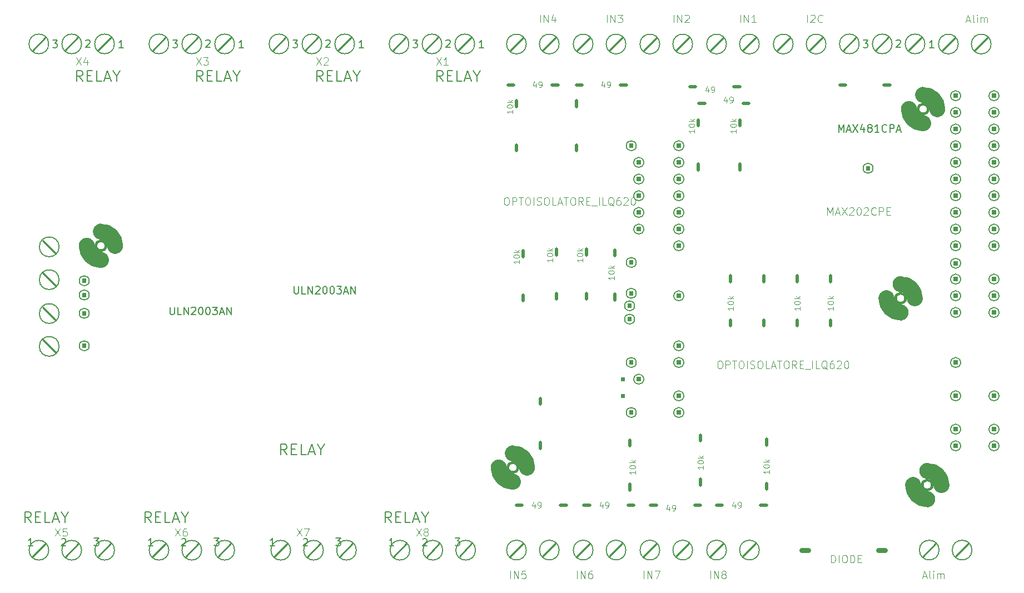
<source format=gbr>
G04 #@! TF.GenerationSoftware,KiCad,Pcbnew,(6.0.9)*
G04 #@! TF.CreationDate,2022-12-31T07:10:20+09:00*
G04 #@! TF.ProjectId,osso,6f73736f-2e6b-4696-9361-645f70636258,rev?*
G04 #@! TF.SameCoordinates,Original*
G04 #@! TF.FileFunction,AssemblyDrawing,Top*
%FSLAX46Y46*%
G04 Gerber Fmt 4.6, Leading zero omitted, Abs format (unit mm)*
G04 Created by KiCad (PCBNEW (6.0.9)) date 2022-12-31 07:10:20*
%MOMM*%
%LPD*%
G01*
G04 APERTURE LIST*
%ADD10C,0.099060*%
%ADD11C,0.114300*%
%ADD12C,0.127000*%
%ADD13C,0.089154*%
%ADD14C,0.160020*%
%ADD15C,0.508000*%
%ADD16C,0.152400*%
%ADD17C,2.489200*%
%ADD18C,0.457200*%
%ADD19C,0.254000*%
%ADD20C,0.762000*%
G04 APERTURE END LIST*
D10*
X155272045Y-99112592D02*
X155272045Y-99622043D01*
X155272045Y-99367318D02*
X154380505Y-99367318D01*
X154507868Y-99452226D01*
X154592777Y-99537135D01*
X154635231Y-99622043D01*
X154380505Y-98560686D02*
X154380505Y-98475778D01*
X154422960Y-98390869D01*
X154465414Y-98348415D01*
X154550322Y-98305961D01*
X154720140Y-98263506D01*
X154932411Y-98263506D01*
X155102228Y-98305961D01*
X155187137Y-98348415D01*
X155229591Y-98390869D01*
X155272045Y-98475778D01*
X155272045Y-98560686D01*
X155229591Y-98645595D01*
X155187137Y-98688049D01*
X155102228Y-98730503D01*
X154932411Y-98772958D01*
X154720140Y-98772958D01*
X154550322Y-98730503D01*
X154465414Y-98688049D01*
X154422960Y-98645595D01*
X154380505Y-98560686D01*
X155272045Y-97881418D02*
X154380505Y-97881418D01*
X154932411Y-97796509D02*
X155272045Y-97541783D01*
X154677685Y-97541783D02*
X155017320Y-97881418D01*
D11*
D10*
X150192045Y-99366592D02*
X150192045Y-99876043D01*
X150192045Y-99621318D02*
X149300505Y-99621318D01*
X149427868Y-99706226D01*
X149512777Y-99791135D01*
X149555231Y-99876043D01*
X149300505Y-98814686D02*
X149300505Y-98729778D01*
X149342960Y-98644869D01*
X149385414Y-98602415D01*
X149470322Y-98559961D01*
X149640140Y-98517506D01*
X149852411Y-98517506D01*
X150022228Y-98559961D01*
X150107137Y-98602415D01*
X150149591Y-98644869D01*
X150192045Y-98729778D01*
X150192045Y-98814686D01*
X150149591Y-98899595D01*
X150107137Y-98942049D01*
X150022228Y-98984503D01*
X149852411Y-99026958D01*
X149640140Y-99026958D01*
X149470322Y-98984503D01*
X149385414Y-98942049D01*
X149342960Y-98899595D01*
X149300505Y-98814686D01*
X150192045Y-98135418D02*
X149300505Y-98135418D01*
X149852411Y-98050509D02*
X150192045Y-97795783D01*
X149597685Y-97795783D02*
X149937320Y-98135418D01*
D11*
X153350238Y-63142666D02*
X153350238Y-61986966D01*
X153900571Y-63142666D02*
X153900571Y-61986966D01*
X154560971Y-63142666D01*
X154560971Y-61986966D01*
X155606605Y-62372200D02*
X155606605Y-63142666D01*
X155331438Y-61931933D02*
X155056271Y-62757433D01*
X155771705Y-62757433D01*
D12*
D11*
X163510238Y-63142666D02*
X163510238Y-61986966D01*
X164060571Y-63142666D02*
X164060571Y-61986966D01*
X164720971Y-63142666D01*
X164720971Y-61986966D01*
X165161238Y-61986966D02*
X165876671Y-61986966D01*
X165491438Y-62427233D01*
X165656538Y-62427233D01*
X165766605Y-62482266D01*
X165821638Y-62537300D01*
X165876671Y-62647366D01*
X165876671Y-62922533D01*
X165821638Y-63032600D01*
X165766605Y-63087633D01*
X165656538Y-63142666D01*
X165326338Y-63142666D01*
X165216271Y-63087633D01*
X165161238Y-63032600D01*
X79484695Y-140213566D02*
X80255161Y-141369266D01*
X80255161Y-140213566D02*
X79484695Y-141369266D01*
X81245761Y-140213566D02*
X80695428Y-140213566D01*
X80640395Y-140763900D01*
X80695428Y-140708866D01*
X80805495Y-140653833D01*
X81080661Y-140653833D01*
X81190728Y-140708866D01*
X81245761Y-140763900D01*
X81300795Y-140873966D01*
X81300795Y-141149133D01*
X81245761Y-141259200D01*
X81190728Y-141314233D01*
X81080661Y-141369266D01*
X80805495Y-141369266D01*
X80695428Y-141314233D01*
X80640395Y-141259200D01*
D12*
X80459964Y-141866078D02*
X80514392Y-141811650D01*
X80623250Y-141757221D01*
X80895392Y-141757221D01*
X81004250Y-141811650D01*
X81058678Y-141866078D01*
X81113107Y-141974935D01*
X81113107Y-142083792D01*
X81058678Y-142247078D01*
X80405535Y-142900221D01*
X81113107Y-142900221D01*
X85409335Y-141706421D02*
X86116907Y-141706421D01*
X85735907Y-142141850D01*
X85899192Y-142141850D01*
X86008050Y-142196278D01*
X86062478Y-142250707D01*
X86116907Y-142359564D01*
X86116907Y-142631707D01*
X86062478Y-142740564D01*
X86008050Y-142794992D01*
X85899192Y-142849421D01*
X85572621Y-142849421D01*
X85463764Y-142794992D01*
X85409335Y-142740564D01*
X76058507Y-142849421D02*
X75405364Y-142849421D01*
X75731935Y-142849421D02*
X75731935Y-141706421D01*
X75623078Y-141869707D01*
X75514221Y-141978564D01*
X75405364Y-142032992D01*
D11*
X173670238Y-63142666D02*
X173670238Y-61986966D01*
X174220571Y-63142666D02*
X174220571Y-61986966D01*
X174880971Y-63142666D01*
X174880971Y-61986966D01*
X175376271Y-62097033D02*
X175431305Y-62042000D01*
X175541371Y-61986966D01*
X175816538Y-61986966D01*
X175926605Y-62042000D01*
X175981638Y-62097033D01*
X176036671Y-62207100D01*
X176036671Y-62317166D01*
X175981638Y-62482266D01*
X175321238Y-63142666D01*
X176036671Y-63142666D01*
D13*
X178960414Y-73196283D02*
X178960414Y-73797247D01*
X178745784Y-72852875D02*
X178531154Y-73496765D01*
X179089192Y-73496765D01*
X179475526Y-73797247D02*
X179647230Y-73797247D01*
X179733082Y-73754321D01*
X179776008Y-73711395D01*
X179861860Y-73582617D01*
X179904786Y-73410913D01*
X179904786Y-73067505D01*
X179861860Y-72981653D01*
X179818934Y-72938727D01*
X179733082Y-72895801D01*
X179561378Y-72895801D01*
X179475526Y-72938727D01*
X179432600Y-72981653D01*
X179389674Y-73067505D01*
X179389674Y-73282135D01*
X179432600Y-73367987D01*
X179475526Y-73410913D01*
X179561378Y-73453839D01*
X179733082Y-73453839D01*
X179818934Y-73410913D01*
X179861860Y-73367987D01*
X179904786Y-73282135D01*
D11*
X148119738Y-89799966D02*
X148339871Y-89799966D01*
X148449938Y-89855000D01*
X148560005Y-89965066D01*
X148615038Y-90185200D01*
X148615038Y-90570433D01*
X148560005Y-90790566D01*
X148449938Y-90900633D01*
X148339871Y-90955666D01*
X148119738Y-90955666D01*
X148009671Y-90900633D01*
X147899605Y-90790566D01*
X147844571Y-90570433D01*
X147844571Y-90185200D01*
X147899605Y-89965066D01*
X148009671Y-89855000D01*
X148119738Y-89799966D01*
X149110338Y-90955666D02*
X149110338Y-89799966D01*
X149550605Y-89799966D01*
X149660671Y-89855000D01*
X149715705Y-89910033D01*
X149770738Y-90020100D01*
X149770738Y-90185200D01*
X149715705Y-90295266D01*
X149660671Y-90350300D01*
X149550605Y-90405333D01*
X149110338Y-90405333D01*
X150100938Y-89799966D02*
X150761338Y-89799966D01*
X150431138Y-90955666D02*
X150431138Y-89799966D01*
X151366705Y-89799966D02*
X151586838Y-89799966D01*
X151696905Y-89855000D01*
X151806971Y-89965066D01*
X151862005Y-90185200D01*
X151862005Y-90570433D01*
X151806971Y-90790566D01*
X151696905Y-90900633D01*
X151586838Y-90955666D01*
X151366705Y-90955666D01*
X151256638Y-90900633D01*
X151146571Y-90790566D01*
X151091538Y-90570433D01*
X151091538Y-90185200D01*
X151146571Y-89965066D01*
X151256638Y-89855000D01*
X151366705Y-89799966D01*
X152357305Y-90955666D02*
X152357305Y-89799966D01*
X152852605Y-90900633D02*
X153017705Y-90955666D01*
X153292871Y-90955666D01*
X153402938Y-90900633D01*
X153457971Y-90845600D01*
X153513005Y-90735533D01*
X153513005Y-90625466D01*
X153457971Y-90515400D01*
X153402938Y-90460366D01*
X153292871Y-90405333D01*
X153072738Y-90350300D01*
X152962671Y-90295266D01*
X152907638Y-90240233D01*
X152852605Y-90130166D01*
X152852605Y-90020100D01*
X152907638Y-89910033D01*
X152962671Y-89855000D01*
X153072738Y-89799966D01*
X153347905Y-89799966D01*
X153513005Y-89855000D01*
X154228438Y-89799966D02*
X154448571Y-89799966D01*
X154558638Y-89855000D01*
X154668705Y-89965066D01*
X154723738Y-90185200D01*
X154723738Y-90570433D01*
X154668705Y-90790566D01*
X154558638Y-90900633D01*
X154448571Y-90955666D01*
X154228438Y-90955666D01*
X154118371Y-90900633D01*
X154008305Y-90790566D01*
X153953271Y-90570433D01*
X153953271Y-90185200D01*
X154008305Y-89965066D01*
X154118371Y-89855000D01*
X154228438Y-89799966D01*
X155769371Y-90955666D02*
X155219038Y-90955666D01*
X155219038Y-89799966D01*
X156099571Y-90625466D02*
X156649905Y-90625466D01*
X155989505Y-90955666D02*
X156374738Y-89799966D01*
X156759971Y-90955666D01*
X156980105Y-89799966D02*
X157640505Y-89799966D01*
X157310305Y-90955666D02*
X157310305Y-89799966D01*
X158245871Y-89799966D02*
X158466005Y-89799966D01*
X158576071Y-89855000D01*
X158686138Y-89965066D01*
X158741171Y-90185200D01*
X158741171Y-90570433D01*
X158686138Y-90790566D01*
X158576071Y-90900633D01*
X158466005Y-90955666D01*
X158245871Y-90955666D01*
X158135805Y-90900633D01*
X158025738Y-90790566D01*
X157970705Y-90570433D01*
X157970705Y-90185200D01*
X158025738Y-89965066D01*
X158135805Y-89855000D01*
X158245871Y-89799966D01*
X159896871Y-90955666D02*
X159511638Y-90405333D01*
X159236471Y-90955666D02*
X159236471Y-89799966D01*
X159676738Y-89799966D01*
X159786805Y-89855000D01*
X159841838Y-89910033D01*
X159896871Y-90020100D01*
X159896871Y-90185200D01*
X159841838Y-90295266D01*
X159786805Y-90350300D01*
X159676738Y-90405333D01*
X159236471Y-90405333D01*
X160392171Y-90350300D02*
X160777405Y-90350300D01*
X160942505Y-90955666D02*
X160392171Y-90955666D01*
X160392171Y-89799966D01*
X160942505Y-89799966D01*
X161162638Y-91065733D02*
X162043171Y-91065733D01*
X162318338Y-90955666D02*
X162318338Y-89799966D01*
X163419005Y-90955666D02*
X162868671Y-90955666D01*
X162868671Y-89799966D01*
X164574705Y-91065733D02*
X164464638Y-91010700D01*
X164354571Y-90900633D01*
X164189471Y-90735533D01*
X164079405Y-90680500D01*
X163969338Y-90680500D01*
X164024371Y-90955666D02*
X163914305Y-90900633D01*
X163804238Y-90790566D01*
X163749205Y-90570433D01*
X163749205Y-90185200D01*
X163804238Y-89965066D01*
X163914305Y-89855000D01*
X164024371Y-89799966D01*
X164244505Y-89799966D01*
X164354571Y-89855000D01*
X164464638Y-89965066D01*
X164519671Y-90185200D01*
X164519671Y-90570433D01*
X164464638Y-90790566D01*
X164354571Y-90900633D01*
X164244505Y-90955666D01*
X164024371Y-90955666D01*
X165510271Y-89799966D02*
X165290138Y-89799966D01*
X165180071Y-89855000D01*
X165125038Y-89910033D01*
X165014971Y-90075133D01*
X164959938Y-90295266D01*
X164959938Y-90735533D01*
X165014971Y-90845600D01*
X165070005Y-90900633D01*
X165180071Y-90955666D01*
X165400205Y-90955666D01*
X165510271Y-90900633D01*
X165565305Y-90845600D01*
X165620338Y-90735533D01*
X165620338Y-90460366D01*
X165565305Y-90350300D01*
X165510271Y-90295266D01*
X165400205Y-90240233D01*
X165180071Y-90240233D01*
X165070005Y-90295266D01*
X165014971Y-90350300D01*
X164959938Y-90460366D01*
X166060605Y-89910033D02*
X166115638Y-89855000D01*
X166225705Y-89799966D01*
X166500871Y-89799966D01*
X166610938Y-89855000D01*
X166665971Y-89910033D01*
X166721005Y-90020100D01*
X166721005Y-90130166D01*
X166665971Y-90295266D01*
X166005571Y-90955666D01*
X166721005Y-90955666D01*
X167436438Y-89799966D02*
X167546505Y-89799966D01*
X167656571Y-89855000D01*
X167711605Y-89910033D01*
X167766638Y-90020100D01*
X167821671Y-90240233D01*
X167821671Y-90515400D01*
X167766638Y-90735533D01*
X167711605Y-90845600D01*
X167656571Y-90900633D01*
X167546505Y-90955666D01*
X167436438Y-90955666D01*
X167326371Y-90900633D01*
X167271338Y-90845600D01*
X167216305Y-90735533D01*
X167161271Y-90515400D01*
X167161271Y-90240233D01*
X167216305Y-90020100D01*
X167271338Y-89910033D01*
X167326371Y-89855000D01*
X167436438Y-89799966D01*
D10*
X188241245Y-131319792D02*
X188241245Y-131829243D01*
X188241245Y-131574518D02*
X187349705Y-131574518D01*
X187477068Y-131659426D01*
X187561977Y-131744335D01*
X187604431Y-131829243D01*
X187349705Y-130767886D02*
X187349705Y-130682978D01*
X187392160Y-130598069D01*
X187434614Y-130555615D01*
X187519522Y-130513161D01*
X187689340Y-130470706D01*
X187901611Y-130470706D01*
X188071428Y-130513161D01*
X188156337Y-130555615D01*
X188198791Y-130598069D01*
X188241245Y-130682978D01*
X188241245Y-130767886D01*
X188198791Y-130852795D01*
X188156337Y-130895249D01*
X188071428Y-130937703D01*
X187901611Y-130980158D01*
X187689340Y-130980158D01*
X187519522Y-130937703D01*
X187434614Y-130895249D01*
X187392160Y-130852795D01*
X187349705Y-130767886D01*
X188241245Y-130088618D02*
X187349705Y-130088618D01*
X187901611Y-130003709D02*
X188241245Y-129748983D01*
X187646885Y-129748983D02*
X187986520Y-130088618D01*
D11*
X183830238Y-63142666D02*
X183830238Y-61986966D01*
X184380571Y-63142666D02*
X184380571Y-61986966D01*
X185040971Y-63142666D01*
X185040971Y-61986966D01*
X186196671Y-63142666D02*
X185536271Y-63142666D01*
X185866471Y-63142666D02*
X185866471Y-61986966D01*
X185756405Y-62152066D01*
X185646338Y-62262133D01*
X185536271Y-62317166D01*
D10*
X176862045Y-79427592D02*
X176862045Y-79937043D01*
X176862045Y-79682318D02*
X175970505Y-79682318D01*
X176097868Y-79767226D01*
X176182777Y-79852135D01*
X176225231Y-79937043D01*
X175970505Y-78875686D02*
X175970505Y-78790778D01*
X176012960Y-78705869D01*
X176055414Y-78663415D01*
X176140322Y-78620961D01*
X176310140Y-78578506D01*
X176522411Y-78578506D01*
X176692228Y-78620961D01*
X176777137Y-78663415D01*
X176819591Y-78705869D01*
X176862045Y-78790778D01*
X176862045Y-78875686D01*
X176819591Y-78960595D01*
X176777137Y-79003049D01*
X176692228Y-79045503D01*
X176522411Y-79087958D01*
X176310140Y-79087958D01*
X176140322Y-79045503D01*
X176055414Y-79003049D01*
X176012960Y-78960595D01*
X175970505Y-78875686D01*
X176862045Y-78196418D02*
X175970505Y-78196418D01*
X176522411Y-78111509D02*
X176862045Y-77856783D01*
X176267685Y-77856783D02*
X176607320Y-78196418D01*
D11*
X169140561Y-147851666D02*
X169140561Y-146695966D01*
X169690895Y-147851666D02*
X169690895Y-146695966D01*
X170351295Y-147851666D01*
X170351295Y-146695966D01*
X170791561Y-146695966D02*
X171562028Y-146695966D01*
X171066728Y-147851666D01*
X119240371Y-68469366D02*
X120010838Y-69625066D01*
X120010838Y-68469366D02*
X119240371Y-69625066D01*
X120396071Y-68579433D02*
X120451105Y-68524400D01*
X120561171Y-68469366D01*
X120836338Y-68469366D01*
X120946405Y-68524400D01*
X121001438Y-68579433D01*
X121056471Y-68689500D01*
X121056471Y-68799566D01*
X121001438Y-68964666D01*
X120341038Y-69625066D01*
X121056471Y-69625066D01*
D12*
X115678535Y-65847421D02*
X116386107Y-65847421D01*
X116005107Y-66282850D01*
X116168392Y-66282850D01*
X116277250Y-66337278D01*
X116331678Y-66391707D01*
X116386107Y-66500564D01*
X116386107Y-66772707D01*
X116331678Y-66881564D01*
X116277250Y-66935992D01*
X116168392Y-66990421D01*
X115841821Y-66990421D01*
X115732964Y-66935992D01*
X115678535Y-66881564D01*
X126444507Y-66990421D02*
X125791364Y-66990421D01*
X126117935Y-66990421D02*
X126117935Y-65847421D01*
X126009078Y-66010707D01*
X125900221Y-66119564D01*
X125791364Y-66173992D01*
X120736764Y-65905478D02*
X120791192Y-65851050D01*
X120900050Y-65796621D01*
X121172192Y-65796621D01*
X121281050Y-65851050D01*
X121335478Y-65905478D01*
X121389907Y-66014335D01*
X121389907Y-66123192D01*
X121335478Y-66286478D01*
X120682335Y-66939621D01*
X121389907Y-66939621D01*
D10*
X149176045Y-76506592D02*
X149176045Y-77016043D01*
X149176045Y-76761318D02*
X148284505Y-76761318D01*
X148411868Y-76846226D01*
X148496777Y-76931135D01*
X148539231Y-77016043D01*
X148284505Y-75954686D02*
X148284505Y-75869778D01*
X148326960Y-75784869D01*
X148369414Y-75742415D01*
X148454322Y-75699961D01*
X148624140Y-75657506D01*
X148836411Y-75657506D01*
X149006228Y-75699961D01*
X149091137Y-75742415D01*
X149133591Y-75784869D01*
X149176045Y-75869778D01*
X149176045Y-75954686D01*
X149133591Y-76039595D01*
X149091137Y-76082049D01*
X149006228Y-76124503D01*
X148836411Y-76166958D01*
X148624140Y-76166958D01*
X148454322Y-76124503D01*
X148369414Y-76082049D01*
X148326960Y-76039595D01*
X148284505Y-75954686D01*
X149176045Y-75275418D02*
X148284505Y-75275418D01*
X148836411Y-75190509D02*
X149176045Y-74935783D01*
X148581685Y-74935783D02*
X148921320Y-75275418D01*
D14*
X83670540Y-72114793D02*
X83131213Y-71344326D01*
X82745980Y-72114793D02*
X82745980Y-70496813D01*
X83362353Y-70496813D01*
X83516447Y-70573860D01*
X83593493Y-70650906D01*
X83670540Y-70805000D01*
X83670540Y-71036140D01*
X83593493Y-71190233D01*
X83516447Y-71267280D01*
X83362353Y-71344326D01*
X82745980Y-71344326D01*
X84363960Y-71267280D02*
X84903287Y-71267280D01*
X85134427Y-72114793D02*
X84363960Y-72114793D01*
X84363960Y-70496813D01*
X85134427Y-70496813D01*
X86598313Y-72114793D02*
X85827847Y-72114793D01*
X85827847Y-70496813D01*
X87060593Y-71652513D02*
X87831060Y-71652513D01*
X86906500Y-72114793D02*
X87445827Y-70496813D01*
X87985153Y-72114793D01*
X88832667Y-71344326D02*
X88832667Y-72114793D01*
X88293340Y-70496813D02*
X88832667Y-71344326D01*
X89371993Y-70496813D01*
D11*
X158980561Y-147851666D02*
X158980561Y-146695966D01*
X159530895Y-147851666D02*
X159530895Y-146695966D01*
X160191295Y-147851666D01*
X160191295Y-146695966D01*
X161236928Y-146695966D02*
X161016795Y-146695966D01*
X160906728Y-146751000D01*
X160851695Y-146806033D01*
X160741628Y-146971133D01*
X160686595Y-147191266D01*
X160686595Y-147631533D01*
X160741628Y-147741600D01*
X160796661Y-147796633D01*
X160906728Y-147851666D01*
X161126861Y-147851666D01*
X161236928Y-147796633D01*
X161291961Y-147741600D01*
X161346995Y-147631533D01*
X161346995Y-147356366D01*
X161291961Y-147246300D01*
X161236928Y-147191266D01*
X161126861Y-147136233D01*
X160906728Y-147136233D01*
X160796661Y-147191266D01*
X160741628Y-147246300D01*
X160686595Y-147356366D01*
D10*
D11*
X116314695Y-140213566D02*
X117085161Y-141369266D01*
X117085161Y-140213566D02*
X116314695Y-141369266D01*
X117415361Y-140213566D02*
X118185828Y-140213566D01*
X117690528Y-141369266D01*
D12*
X112888507Y-142849421D02*
X112235364Y-142849421D01*
X112561935Y-142849421D02*
X112561935Y-141706421D01*
X112453078Y-141869707D01*
X112344221Y-141978564D01*
X112235364Y-142032992D01*
X117289964Y-141866078D02*
X117344392Y-141811650D01*
X117453250Y-141757221D01*
X117725392Y-141757221D01*
X117834250Y-141811650D01*
X117888678Y-141866078D01*
X117943107Y-141974935D01*
X117943107Y-142083792D01*
X117888678Y-142247078D01*
X117235535Y-142900221D01*
X117943107Y-142900221D01*
X122239335Y-141706421D02*
X122946907Y-141706421D01*
X122565907Y-142141850D01*
X122729192Y-142141850D01*
X122838050Y-142196278D01*
X122892478Y-142250707D01*
X122946907Y-142359564D01*
X122946907Y-142631707D01*
X122892478Y-142740564D01*
X122838050Y-142794992D01*
X122729192Y-142849421D01*
X122402621Y-142849421D01*
X122293764Y-142794992D01*
X122239335Y-142740564D01*
D10*
X183024249Y-136506635D02*
X183024249Y-137100995D01*
X182811977Y-136167001D02*
X182599706Y-136803815D01*
X183151611Y-136803815D01*
X183533700Y-137100995D02*
X183703517Y-137100995D01*
X183788426Y-137058541D01*
X183830880Y-137016087D01*
X183915789Y-136888724D01*
X183958243Y-136718907D01*
X183958243Y-136379272D01*
X183915789Y-136294364D01*
X183873334Y-136251910D01*
X183788426Y-136209455D01*
X183618609Y-136209455D01*
X183533700Y-136251910D01*
X183491246Y-136294364D01*
X183448791Y-136379272D01*
X183448791Y-136591544D01*
X183491246Y-136676452D01*
X183533700Y-136718907D01*
X183618609Y-136761361D01*
X183788426Y-136761361D01*
X183873334Y-136718907D01*
X183915789Y-136676452D01*
X183958243Y-136591544D01*
D14*
X94091906Y-139297793D02*
X93552579Y-138527326D01*
X93167346Y-139297793D02*
X93167346Y-137679813D01*
X93783719Y-137679813D01*
X93937813Y-137756860D01*
X94014859Y-137833906D01*
X94091906Y-137988000D01*
X94091906Y-138219140D01*
X94014859Y-138373233D01*
X93937813Y-138450280D01*
X93783719Y-138527326D01*
X93167346Y-138527326D01*
X94785326Y-138450280D02*
X95324653Y-138450280D01*
X95555793Y-139297793D02*
X94785326Y-139297793D01*
X94785326Y-137679813D01*
X95555793Y-137679813D01*
X97019679Y-139297793D02*
X96249213Y-139297793D01*
X96249213Y-137679813D01*
X97481959Y-138835513D02*
X98252426Y-138835513D01*
X97327866Y-139297793D02*
X97867193Y-137679813D01*
X98406519Y-139297793D01*
X99254033Y-138527326D02*
X99254033Y-139297793D01*
X98714706Y-137679813D02*
X99254033Y-138527326D01*
X99793359Y-137679813D01*
D11*
X134475695Y-140213566D02*
X135246161Y-141369266D01*
X135246161Y-140213566D02*
X134475695Y-141369266D01*
X135851528Y-140708866D02*
X135741461Y-140653833D01*
X135686428Y-140598800D01*
X135631395Y-140488733D01*
X135631395Y-140433700D01*
X135686428Y-140323633D01*
X135741461Y-140268600D01*
X135851528Y-140213566D01*
X136071661Y-140213566D01*
X136181728Y-140268600D01*
X136236761Y-140323633D01*
X136291795Y-140433700D01*
X136291795Y-140488733D01*
X136236761Y-140598800D01*
X136181728Y-140653833D01*
X136071661Y-140708866D01*
X135851528Y-140708866D01*
X135741461Y-140763900D01*
X135686428Y-140818933D01*
X135631395Y-140929000D01*
X135631395Y-141149133D01*
X135686428Y-141259200D01*
X135741461Y-141314233D01*
X135851528Y-141369266D01*
X136071661Y-141369266D01*
X136181728Y-141314233D01*
X136236761Y-141259200D01*
X136291795Y-141149133D01*
X136291795Y-140929000D01*
X136236761Y-140818933D01*
X136181728Y-140763900D01*
X136071661Y-140708866D01*
D12*
X140400335Y-141706421D02*
X141107907Y-141706421D01*
X140726907Y-142141850D01*
X140890192Y-142141850D01*
X140999050Y-142196278D01*
X141053478Y-142250707D01*
X141107907Y-142359564D01*
X141107907Y-142631707D01*
X141053478Y-142740564D01*
X140999050Y-142794992D01*
X140890192Y-142849421D01*
X140563621Y-142849421D01*
X140454764Y-142794992D01*
X140400335Y-142740564D01*
X135450964Y-141866078D02*
X135505392Y-141811650D01*
X135614250Y-141757221D01*
X135886392Y-141757221D01*
X135995250Y-141811650D01*
X136049678Y-141866078D01*
X136104107Y-141974935D01*
X136104107Y-142083792D01*
X136049678Y-142247078D01*
X135396535Y-142900221D01*
X136104107Y-142900221D01*
X131049507Y-142849421D02*
X130396364Y-142849421D01*
X130722935Y-142849421D02*
X130722935Y-141706421D01*
X130614078Y-141869707D01*
X130505221Y-141978564D01*
X130396364Y-142032992D01*
D11*
X180623695Y-114691966D02*
X180843828Y-114691966D01*
X180953895Y-114747000D01*
X181063961Y-114857066D01*
X181118995Y-115077200D01*
X181118995Y-115462433D01*
X181063961Y-115682566D01*
X180953895Y-115792633D01*
X180843828Y-115847666D01*
X180623695Y-115847666D01*
X180513628Y-115792633D01*
X180403561Y-115682566D01*
X180348528Y-115462433D01*
X180348528Y-115077200D01*
X180403561Y-114857066D01*
X180513628Y-114747000D01*
X180623695Y-114691966D01*
X181614295Y-115847666D02*
X181614295Y-114691966D01*
X182054561Y-114691966D01*
X182164628Y-114747000D01*
X182219661Y-114802033D01*
X182274695Y-114912100D01*
X182274695Y-115077200D01*
X182219661Y-115187266D01*
X182164628Y-115242300D01*
X182054561Y-115297333D01*
X181614295Y-115297333D01*
X182604895Y-114691966D02*
X183265295Y-114691966D01*
X182935095Y-115847666D02*
X182935095Y-114691966D01*
X183870661Y-114691966D02*
X184090795Y-114691966D01*
X184200861Y-114747000D01*
X184310928Y-114857066D01*
X184365961Y-115077200D01*
X184365961Y-115462433D01*
X184310928Y-115682566D01*
X184200861Y-115792633D01*
X184090795Y-115847666D01*
X183870661Y-115847666D01*
X183760595Y-115792633D01*
X183650528Y-115682566D01*
X183595495Y-115462433D01*
X183595495Y-115077200D01*
X183650528Y-114857066D01*
X183760595Y-114747000D01*
X183870661Y-114691966D01*
X184861261Y-115847666D02*
X184861261Y-114691966D01*
X185356561Y-115792633D02*
X185521661Y-115847666D01*
X185796828Y-115847666D01*
X185906895Y-115792633D01*
X185961928Y-115737600D01*
X186016961Y-115627533D01*
X186016961Y-115517466D01*
X185961928Y-115407400D01*
X185906895Y-115352366D01*
X185796828Y-115297333D01*
X185576695Y-115242300D01*
X185466628Y-115187266D01*
X185411595Y-115132233D01*
X185356561Y-115022166D01*
X185356561Y-114912100D01*
X185411595Y-114802033D01*
X185466628Y-114747000D01*
X185576695Y-114691966D01*
X185851861Y-114691966D01*
X186016961Y-114747000D01*
X186732395Y-114691966D02*
X186952528Y-114691966D01*
X187062595Y-114747000D01*
X187172661Y-114857066D01*
X187227695Y-115077200D01*
X187227695Y-115462433D01*
X187172661Y-115682566D01*
X187062595Y-115792633D01*
X186952528Y-115847666D01*
X186732395Y-115847666D01*
X186622328Y-115792633D01*
X186512261Y-115682566D01*
X186457228Y-115462433D01*
X186457228Y-115077200D01*
X186512261Y-114857066D01*
X186622328Y-114747000D01*
X186732395Y-114691966D01*
X188273328Y-115847666D02*
X187722995Y-115847666D01*
X187722995Y-114691966D01*
X188603528Y-115517466D02*
X189153861Y-115517466D01*
X188493461Y-115847666D02*
X188878695Y-114691966D01*
X189263928Y-115847666D01*
X189484061Y-114691966D02*
X190144461Y-114691966D01*
X189814261Y-115847666D02*
X189814261Y-114691966D01*
X190749828Y-114691966D02*
X190969961Y-114691966D01*
X191080028Y-114747000D01*
X191190095Y-114857066D01*
X191245128Y-115077200D01*
X191245128Y-115462433D01*
X191190095Y-115682566D01*
X191080028Y-115792633D01*
X190969961Y-115847666D01*
X190749828Y-115847666D01*
X190639761Y-115792633D01*
X190529695Y-115682566D01*
X190474661Y-115462433D01*
X190474661Y-115077200D01*
X190529695Y-114857066D01*
X190639761Y-114747000D01*
X190749828Y-114691966D01*
X192400828Y-115847666D02*
X192015595Y-115297333D01*
X191740428Y-115847666D02*
X191740428Y-114691966D01*
X192180695Y-114691966D01*
X192290761Y-114747000D01*
X192345795Y-114802033D01*
X192400828Y-114912100D01*
X192400828Y-115077200D01*
X192345795Y-115187266D01*
X192290761Y-115242300D01*
X192180695Y-115297333D01*
X191740428Y-115297333D01*
X192896128Y-115242300D02*
X193281361Y-115242300D01*
X193446461Y-115847666D02*
X192896128Y-115847666D01*
X192896128Y-114691966D01*
X193446461Y-114691966D01*
X193666595Y-115957733D02*
X194547128Y-115957733D01*
X194822295Y-115847666D02*
X194822295Y-114691966D01*
X195922961Y-115847666D02*
X195372628Y-115847666D01*
X195372628Y-114691966D01*
X197078661Y-115957733D02*
X196968595Y-115902700D01*
X196858528Y-115792633D01*
X196693428Y-115627533D01*
X196583361Y-115572500D01*
X196473295Y-115572500D01*
X196528328Y-115847666D02*
X196418261Y-115792633D01*
X196308195Y-115682566D01*
X196253161Y-115462433D01*
X196253161Y-115077200D01*
X196308195Y-114857066D01*
X196418261Y-114747000D01*
X196528328Y-114691966D01*
X196748461Y-114691966D01*
X196858528Y-114747000D01*
X196968595Y-114857066D01*
X197023628Y-115077200D01*
X197023628Y-115462433D01*
X196968595Y-115682566D01*
X196858528Y-115792633D01*
X196748461Y-115847666D01*
X196528328Y-115847666D01*
X198014228Y-114691966D02*
X197794095Y-114691966D01*
X197684028Y-114747000D01*
X197628995Y-114802033D01*
X197518928Y-114967133D01*
X197463895Y-115187266D01*
X197463895Y-115627533D01*
X197518928Y-115737600D01*
X197573961Y-115792633D01*
X197684028Y-115847666D01*
X197904161Y-115847666D01*
X198014228Y-115792633D01*
X198069261Y-115737600D01*
X198124295Y-115627533D01*
X198124295Y-115352366D01*
X198069261Y-115242300D01*
X198014228Y-115187266D01*
X197904161Y-115132233D01*
X197684028Y-115132233D01*
X197573961Y-115187266D01*
X197518928Y-115242300D01*
X197463895Y-115352366D01*
X198564561Y-114802033D02*
X198619595Y-114747000D01*
X198729661Y-114691966D01*
X199004828Y-114691966D01*
X199114895Y-114747000D01*
X199169928Y-114802033D01*
X199224961Y-114912100D01*
X199224961Y-115022166D01*
X199169928Y-115187266D01*
X198509528Y-115847666D01*
X199224961Y-115847666D01*
X199940395Y-114691966D02*
X200050461Y-114691966D01*
X200160528Y-114747000D01*
X200215561Y-114802033D01*
X200270595Y-114912100D01*
X200325628Y-115132233D01*
X200325628Y-115407400D01*
X200270595Y-115627533D01*
X200215561Y-115737600D01*
X200160528Y-115792633D01*
X200050461Y-115847666D01*
X199940395Y-115847666D01*
X199830328Y-115792633D01*
X199775295Y-115737600D01*
X199720261Y-115627533D01*
X199665228Y-115407400D01*
X199665228Y-115132233D01*
X199720261Y-114912100D01*
X199775295Y-114802033D01*
X199830328Y-114747000D01*
X199940395Y-114691966D01*
X148820561Y-147851666D02*
X148820561Y-146695966D01*
X149370895Y-147851666D02*
X149370895Y-146695966D01*
X150031295Y-147851666D01*
X150031295Y-146695966D01*
X151131961Y-146695966D02*
X150581628Y-146695966D01*
X150526595Y-147246300D01*
X150581628Y-147191266D01*
X150691695Y-147136233D01*
X150966861Y-147136233D01*
X151076928Y-147191266D01*
X151131961Y-147246300D01*
X151186995Y-147356366D01*
X151186995Y-147631533D01*
X151131961Y-147741600D01*
X151076928Y-147796633D01*
X150966861Y-147851666D01*
X150691695Y-147851666D01*
X150581628Y-147796633D01*
X150526595Y-147741600D01*
D14*
X120246540Y-72114793D02*
X119707213Y-71344326D01*
X119321980Y-72114793D02*
X119321980Y-70496813D01*
X119938353Y-70496813D01*
X120092447Y-70573860D01*
X120169493Y-70650906D01*
X120246540Y-70805000D01*
X120246540Y-71036140D01*
X120169493Y-71190233D01*
X120092447Y-71267280D01*
X119938353Y-71344326D01*
X119321980Y-71344326D01*
X120939960Y-71267280D02*
X121479287Y-71267280D01*
X121710427Y-72114793D02*
X120939960Y-72114793D01*
X120939960Y-70496813D01*
X121710427Y-70496813D01*
X123174313Y-72114793D02*
X122403847Y-72114793D01*
X122403847Y-70496813D01*
X123636593Y-71652513D02*
X124407060Y-71652513D01*
X123482500Y-72114793D02*
X124021827Y-70496813D01*
X124561153Y-72114793D01*
X125408667Y-71344326D02*
X125408667Y-72114793D01*
X124869340Y-70496813D02*
X125408667Y-71344326D01*
X125947993Y-70496813D01*
D11*
X211630528Y-147521466D02*
X212180861Y-147521466D01*
X211520461Y-147851666D02*
X211905695Y-146695966D01*
X212290928Y-147851666D01*
X212841261Y-147851666D02*
X212731195Y-147796633D01*
X212676161Y-147686566D01*
X212676161Y-146695966D01*
X213281528Y-147851666D02*
X213281528Y-147081200D01*
X213281528Y-146695966D02*
X213226495Y-146751000D01*
X213281528Y-146806033D01*
X213336561Y-146751000D01*
X213281528Y-146695966D01*
X213281528Y-146806033D01*
X213831861Y-147851666D02*
X213831861Y-147081200D01*
X213831861Y-147191266D02*
X213886895Y-147136233D01*
X213996961Y-147081200D01*
X214162061Y-147081200D01*
X214272128Y-147136233D01*
X214327161Y-147246300D01*
X214327161Y-147851666D01*
X214327161Y-147246300D02*
X214382195Y-147136233D01*
X214492261Y-147081200D01*
X214657361Y-147081200D01*
X214767428Y-147136233D01*
X214822461Y-147246300D01*
X214822461Y-147851666D01*
X218255705Y-62812466D02*
X218806038Y-62812466D01*
X218145638Y-63142666D02*
X218530871Y-61986966D01*
X218916105Y-63142666D01*
X219466438Y-63142666D02*
X219356371Y-63087633D01*
X219301338Y-62977566D01*
X219301338Y-61986966D01*
X219906705Y-63142666D02*
X219906705Y-62372200D01*
X219906705Y-61986966D02*
X219851671Y-62042000D01*
X219906705Y-62097033D01*
X219961738Y-62042000D01*
X219906705Y-61986966D01*
X219906705Y-62097033D01*
X220457038Y-63142666D02*
X220457038Y-62372200D01*
X220457038Y-62482266D02*
X220512071Y-62427233D01*
X220622138Y-62372200D01*
X220787238Y-62372200D01*
X220897305Y-62427233D01*
X220952338Y-62537300D01*
X220952338Y-63142666D01*
X220952338Y-62537300D02*
X221007371Y-62427233D01*
X221117438Y-62372200D01*
X221282538Y-62372200D01*
X221392605Y-62427233D01*
X221447638Y-62537300D01*
X221447638Y-63142666D01*
X97772695Y-140213566D02*
X98543161Y-141369266D01*
X98543161Y-140213566D02*
X97772695Y-141369266D01*
X99478728Y-140213566D02*
X99258595Y-140213566D01*
X99148528Y-140268600D01*
X99093495Y-140323633D01*
X98983428Y-140488733D01*
X98928395Y-140708866D01*
X98928395Y-141149133D01*
X98983428Y-141259200D01*
X99038461Y-141314233D01*
X99148528Y-141369266D01*
X99368661Y-141369266D01*
X99478728Y-141314233D01*
X99533761Y-141259200D01*
X99588795Y-141149133D01*
X99588795Y-140873966D01*
X99533761Y-140763900D01*
X99478728Y-140708866D01*
X99368661Y-140653833D01*
X99148528Y-140653833D01*
X99038461Y-140708866D01*
X98983428Y-140763900D01*
X98928395Y-140873966D01*
D12*
X94346507Y-142849421D02*
X93693364Y-142849421D01*
X94019935Y-142849421D02*
X94019935Y-141706421D01*
X93911078Y-141869707D01*
X93802221Y-141978564D01*
X93693364Y-142032992D01*
X103697335Y-141706421D02*
X104404907Y-141706421D01*
X104023907Y-142141850D01*
X104187192Y-142141850D01*
X104296050Y-142196278D01*
X104350478Y-142250707D01*
X104404907Y-142359564D01*
X104404907Y-142631707D01*
X104350478Y-142740564D01*
X104296050Y-142794992D01*
X104187192Y-142849421D01*
X103860621Y-142849421D01*
X103751764Y-142794992D01*
X103697335Y-142740564D01*
X98747964Y-141866078D02*
X98802392Y-141811650D01*
X98911250Y-141757221D01*
X99183392Y-141757221D01*
X99292250Y-141811650D01*
X99346678Y-141866078D01*
X99401107Y-141974935D01*
X99401107Y-142083792D01*
X99346678Y-142247078D01*
X98693535Y-142900221D01*
X99401107Y-142900221D01*
D11*
X137528371Y-68469366D02*
X138298838Y-69625066D01*
X138298838Y-68469366D02*
X137528371Y-69625066D01*
X139344471Y-69625066D02*
X138684071Y-69625066D01*
X139014271Y-69625066D02*
X139014271Y-68469366D01*
X138904205Y-68634466D01*
X138794138Y-68744533D01*
X138684071Y-68799566D01*
D12*
X144732507Y-66990421D02*
X144079364Y-66990421D01*
X144405935Y-66990421D02*
X144405935Y-65847421D01*
X144297078Y-66010707D01*
X144188221Y-66119564D01*
X144079364Y-66173992D01*
X133966535Y-65847421D02*
X134674107Y-65847421D01*
X134293107Y-66282850D01*
X134456392Y-66282850D01*
X134565250Y-66337278D01*
X134619678Y-66391707D01*
X134674107Y-66500564D01*
X134674107Y-66772707D01*
X134619678Y-66881564D01*
X134565250Y-66935992D01*
X134456392Y-66990421D01*
X134129821Y-66990421D01*
X134020964Y-66935992D01*
X133966535Y-66881564D01*
X139024764Y-65905478D02*
X139079192Y-65851050D01*
X139188050Y-65796621D01*
X139460192Y-65796621D01*
X139569050Y-65851050D01*
X139623478Y-65905478D01*
X139677907Y-66014335D01*
X139677907Y-66123192D01*
X139623478Y-66286478D01*
X138970335Y-66939621D01*
X139677907Y-66939621D01*
D14*
X114792906Y-129010793D02*
X114253579Y-128240326D01*
X113868346Y-129010793D02*
X113868346Y-127392813D01*
X114484719Y-127392813D01*
X114638813Y-127469860D01*
X114715859Y-127546906D01*
X114792906Y-127701000D01*
X114792906Y-127932140D01*
X114715859Y-128086233D01*
X114638813Y-128163280D01*
X114484719Y-128240326D01*
X113868346Y-128240326D01*
X115486326Y-128163280D02*
X116025653Y-128163280D01*
X116256793Y-129010793D02*
X115486326Y-129010793D01*
X115486326Y-127392813D01*
X116256793Y-127392813D01*
X117720679Y-129010793D02*
X116950213Y-129010793D01*
X116950213Y-127392813D01*
X118182959Y-128548513D02*
X118953426Y-128548513D01*
X118028866Y-129010793D02*
X118568193Y-127392813D01*
X119107519Y-129010793D01*
X119955033Y-128240326D02*
X119955033Y-129010793D01*
X119415706Y-127392813D02*
X119955033Y-128240326D01*
X120494359Y-127392813D01*
D12*
X96986121Y-106507421D02*
X96986121Y-107432707D01*
X97040550Y-107541564D01*
X97094978Y-107595992D01*
X97203835Y-107650421D01*
X97421550Y-107650421D01*
X97530407Y-107595992D01*
X97584835Y-107541564D01*
X97639264Y-107432707D01*
X97639264Y-106507421D01*
X98727835Y-107650421D02*
X98183550Y-107650421D01*
X98183550Y-106507421D01*
X99108835Y-107650421D02*
X99108835Y-106507421D01*
X99761978Y-107650421D01*
X99761978Y-106507421D01*
X100251835Y-106616278D02*
X100306264Y-106561850D01*
X100415121Y-106507421D01*
X100687264Y-106507421D01*
X100796121Y-106561850D01*
X100850550Y-106616278D01*
X100904978Y-106725135D01*
X100904978Y-106833992D01*
X100850550Y-106997278D01*
X100197407Y-107650421D01*
X100904978Y-107650421D01*
X101612550Y-106507421D02*
X101721407Y-106507421D01*
X101830264Y-106561850D01*
X101884692Y-106616278D01*
X101939121Y-106725135D01*
X101993550Y-106942850D01*
X101993550Y-107214992D01*
X101939121Y-107432707D01*
X101884692Y-107541564D01*
X101830264Y-107595992D01*
X101721407Y-107650421D01*
X101612550Y-107650421D01*
X101503692Y-107595992D01*
X101449264Y-107541564D01*
X101394835Y-107432707D01*
X101340407Y-107214992D01*
X101340407Y-106942850D01*
X101394835Y-106725135D01*
X101449264Y-106616278D01*
X101503692Y-106561850D01*
X101612550Y-106507421D01*
X102701121Y-106507421D02*
X102809978Y-106507421D01*
X102918835Y-106561850D01*
X102973264Y-106616278D01*
X103027692Y-106725135D01*
X103082121Y-106942850D01*
X103082121Y-107214992D01*
X103027692Y-107432707D01*
X102973264Y-107541564D01*
X102918835Y-107595992D01*
X102809978Y-107650421D01*
X102701121Y-107650421D01*
X102592264Y-107595992D01*
X102537835Y-107541564D01*
X102483407Y-107432707D01*
X102428978Y-107214992D01*
X102428978Y-106942850D01*
X102483407Y-106725135D01*
X102537835Y-106616278D01*
X102592264Y-106561850D01*
X102701121Y-106507421D01*
X103463121Y-106507421D02*
X104170692Y-106507421D01*
X103789692Y-106942850D01*
X103952978Y-106942850D01*
X104061835Y-106997278D01*
X104116264Y-107051707D01*
X104170692Y-107160564D01*
X104170692Y-107432707D01*
X104116264Y-107541564D01*
X104061835Y-107595992D01*
X103952978Y-107650421D01*
X103626407Y-107650421D01*
X103517550Y-107595992D01*
X103463121Y-107541564D01*
X104606121Y-107323850D02*
X105150407Y-107323850D01*
X104497264Y-107650421D02*
X104878264Y-106507421D01*
X105259264Y-107650421D01*
X105640264Y-107650421D02*
X105640264Y-106507421D01*
X106293407Y-107650421D01*
X106293407Y-106507421D01*
D11*
D10*
D12*
D11*
D10*
X162831249Y-136506635D02*
X162831249Y-137100995D01*
X162618977Y-136167001D02*
X162406706Y-136803815D01*
X162958611Y-136803815D01*
X163340700Y-137100995D02*
X163510517Y-137100995D01*
X163595426Y-137058541D01*
X163637880Y-137016087D01*
X163722789Y-136888724D01*
X163765243Y-136718907D01*
X163765243Y-136379272D01*
X163722789Y-136294364D01*
X163680334Y-136251910D01*
X163595426Y-136209455D01*
X163425609Y-136209455D01*
X163340700Y-136251910D01*
X163298246Y-136294364D01*
X163255791Y-136379272D01*
X163255791Y-136591544D01*
X163298246Y-136676452D01*
X163340700Y-136718907D01*
X163425609Y-136761361D01*
X163595426Y-136761361D01*
X163680334Y-136718907D01*
X163722789Y-136676452D01*
X163765243Y-136591544D01*
D12*
D10*
X152544249Y-136506635D02*
X152544249Y-137100995D01*
X152331977Y-136167001D02*
X152119706Y-136803815D01*
X152671611Y-136803815D01*
X153053700Y-137100995D02*
X153223517Y-137100995D01*
X153308426Y-137058541D01*
X153350880Y-137016087D01*
X153435789Y-136888724D01*
X153478243Y-136718907D01*
X153478243Y-136379272D01*
X153435789Y-136294364D01*
X153393334Y-136251910D01*
X153308426Y-136209455D01*
X153138609Y-136209455D01*
X153053700Y-136251910D01*
X153011246Y-136294364D01*
X152968791Y-136379272D01*
X152968791Y-136591544D01*
X153011246Y-136676452D01*
X153053700Y-136718907D01*
X153138609Y-136761361D01*
X153308426Y-136761361D01*
X153393334Y-136718907D01*
X153435789Y-136676452D01*
X153478243Y-136591544D01*
D11*
D14*
X130667906Y-139297793D02*
X130128579Y-138527326D01*
X129743346Y-139297793D02*
X129743346Y-137679813D01*
X130359719Y-137679813D01*
X130513813Y-137756860D01*
X130590859Y-137833906D01*
X130667906Y-137988000D01*
X130667906Y-138219140D01*
X130590859Y-138373233D01*
X130513813Y-138450280D01*
X130359719Y-138527326D01*
X129743346Y-138527326D01*
X131361326Y-138450280D02*
X131900653Y-138450280D01*
X132131793Y-139297793D02*
X131361326Y-139297793D01*
X131361326Y-137679813D01*
X132131793Y-137679813D01*
X133595679Y-139297793D02*
X132825213Y-139297793D01*
X132825213Y-137679813D01*
X134057959Y-138835513D02*
X134828426Y-138835513D01*
X133903866Y-139297793D02*
X134443193Y-137679813D01*
X134982519Y-139297793D01*
X135830033Y-138527326D02*
X135830033Y-139297793D01*
X135290706Y-137679813D02*
X135830033Y-138527326D01*
X136369359Y-137679813D01*
D10*
X182780245Y-106427792D02*
X182780245Y-106937243D01*
X182780245Y-106682518D02*
X181888705Y-106682518D01*
X182016068Y-106767426D01*
X182100977Y-106852335D01*
X182143431Y-106937243D01*
X181888705Y-105875886D02*
X181888705Y-105790978D01*
X181931160Y-105706069D01*
X181973614Y-105663615D01*
X182058522Y-105621161D01*
X182228340Y-105578706D01*
X182440611Y-105578706D01*
X182610428Y-105621161D01*
X182695337Y-105663615D01*
X182737791Y-105706069D01*
X182780245Y-105790978D01*
X182780245Y-105875886D01*
X182737791Y-105960795D01*
X182695337Y-106003249D01*
X182610428Y-106045703D01*
X182440611Y-106088158D01*
X182228340Y-106088158D01*
X182058522Y-106045703D01*
X181973614Y-106003249D01*
X181931160Y-105960795D01*
X181888705Y-105875886D01*
X182780245Y-105196618D02*
X181888705Y-105196618D01*
X182440611Y-105111709D02*
X182780245Y-104856983D01*
X182185885Y-104856983D02*
X182525520Y-105196618D01*
D14*
X75803906Y-139297793D02*
X75264579Y-138527326D01*
X74879346Y-139297793D02*
X74879346Y-137679813D01*
X75495719Y-137679813D01*
X75649813Y-137756860D01*
X75726859Y-137833906D01*
X75803906Y-137988000D01*
X75803906Y-138219140D01*
X75726859Y-138373233D01*
X75649813Y-138450280D01*
X75495719Y-138527326D01*
X74879346Y-138527326D01*
X76497326Y-138450280D02*
X77036653Y-138450280D01*
X77267793Y-139297793D02*
X76497326Y-139297793D01*
X76497326Y-137679813D01*
X77267793Y-137679813D01*
X78731679Y-139297793D02*
X77961213Y-139297793D01*
X77961213Y-137679813D01*
X79193959Y-138835513D02*
X79964426Y-138835513D01*
X79039866Y-139297793D02*
X79579193Y-137679813D01*
X80118519Y-139297793D01*
X80966033Y-138527326D02*
X80966033Y-139297793D01*
X80426706Y-137679813D02*
X80966033Y-138527326D01*
X81505359Y-137679813D01*
D13*
X164612297Y-101801166D02*
X164612297Y-102316278D01*
X164612297Y-102058722D02*
X163710851Y-102058722D01*
X163839629Y-102144574D01*
X163925481Y-102230426D01*
X163968407Y-102316278D01*
X163710851Y-101243128D02*
X163710851Y-101157276D01*
X163753777Y-101071424D01*
X163796703Y-101028498D01*
X163882555Y-100985572D01*
X164054259Y-100942646D01*
X164268889Y-100942646D01*
X164440593Y-100985572D01*
X164526445Y-101028498D01*
X164569371Y-101071424D01*
X164612297Y-101157276D01*
X164612297Y-101243128D01*
X164569371Y-101328980D01*
X164526445Y-101371906D01*
X164440593Y-101414832D01*
X164268889Y-101457758D01*
X164054259Y-101457758D01*
X163882555Y-101414832D01*
X163796703Y-101371906D01*
X163753777Y-101328980D01*
X163710851Y-101243128D01*
X164612297Y-100556312D02*
X163710851Y-100556312D01*
X164268889Y-100470460D02*
X164612297Y-100212904D01*
X164011333Y-100212904D02*
X164354741Y-100556312D01*
D10*
X178208245Y-130684792D02*
X178208245Y-131194243D01*
X178208245Y-130939518D02*
X177316705Y-130939518D01*
X177444068Y-131024426D01*
X177528977Y-131109335D01*
X177571431Y-131194243D01*
X177316705Y-130132886D02*
X177316705Y-130047978D01*
X177359160Y-129963069D01*
X177401614Y-129920615D01*
X177486522Y-129878161D01*
X177656340Y-129835706D01*
X177868611Y-129835706D01*
X178038428Y-129878161D01*
X178123337Y-129920615D01*
X178165791Y-129963069D01*
X178208245Y-130047978D01*
X178208245Y-130132886D01*
X178165791Y-130217795D01*
X178123337Y-130260249D01*
X178038428Y-130302703D01*
X177868611Y-130345158D01*
X177656340Y-130345158D01*
X177486522Y-130302703D01*
X177401614Y-130260249D01*
X177359160Y-130217795D01*
X177316705Y-130132886D01*
X178208245Y-129453618D02*
X177316705Y-129453618D01*
X177868611Y-129368709D02*
X178208245Y-129113983D01*
X177613885Y-129113983D02*
X177953520Y-129453618D01*
X163112499Y-72424975D02*
X163112499Y-73019335D01*
X162900228Y-72085341D02*
X162687956Y-72722155D01*
X163239862Y-72722155D01*
X163621951Y-73019335D02*
X163791768Y-73019335D01*
X163876676Y-72976881D01*
X163919131Y-72934427D01*
X164004039Y-72807064D01*
X164046493Y-72637247D01*
X164046493Y-72297612D01*
X164004039Y-72212704D01*
X163961585Y-72170250D01*
X163876676Y-72127795D01*
X163706859Y-72127795D01*
X163621951Y-72170250D01*
X163579496Y-72212704D01*
X163537042Y-72297612D01*
X163537042Y-72509884D01*
X163579496Y-72594792D01*
X163621951Y-72637247D01*
X163706859Y-72679701D01*
X163876676Y-72679701D01*
X163961585Y-72637247D01*
X164004039Y-72594792D01*
X164046493Y-72509884D01*
D11*
X100952371Y-68469366D02*
X101722838Y-69625066D01*
X101722838Y-68469366D02*
X100952371Y-69625066D01*
X102053038Y-68469366D02*
X102768471Y-68469366D01*
X102383238Y-68909633D01*
X102548338Y-68909633D01*
X102658405Y-68964666D01*
X102713438Y-69019700D01*
X102768471Y-69129766D01*
X102768471Y-69404933D01*
X102713438Y-69515000D01*
X102658405Y-69570033D01*
X102548338Y-69625066D01*
X102218138Y-69625066D01*
X102108071Y-69570033D01*
X102053038Y-69515000D01*
D12*
X108156507Y-66990421D02*
X107503364Y-66990421D01*
X107829935Y-66990421D02*
X107829935Y-65847421D01*
X107721078Y-66010707D01*
X107612221Y-66119564D01*
X107503364Y-66173992D01*
X97390535Y-65847421D02*
X98098107Y-65847421D01*
X97717107Y-66282850D01*
X97880392Y-66282850D01*
X97989250Y-66337278D01*
X98043678Y-66391707D01*
X98098107Y-66500564D01*
X98098107Y-66772707D01*
X98043678Y-66881564D01*
X97989250Y-66935992D01*
X97880392Y-66990421D01*
X97553821Y-66990421D01*
X97444964Y-66935992D01*
X97390535Y-66881564D01*
X102448764Y-65905478D02*
X102503192Y-65851050D01*
X102612050Y-65796621D01*
X102884192Y-65796621D01*
X102993050Y-65851050D01*
X103047478Y-65905478D01*
X103101907Y-66014335D01*
X103101907Y-66123192D01*
X103047478Y-66286478D01*
X102394335Y-66939621D01*
X103101907Y-66939621D01*
D11*
X197675561Y-145438666D02*
X197675561Y-144282966D01*
X197950728Y-144282966D01*
X198115828Y-144338000D01*
X198225895Y-144448066D01*
X198280928Y-144558133D01*
X198335961Y-144778266D01*
X198335961Y-144943366D01*
X198280928Y-145163500D01*
X198225895Y-145273566D01*
X198115828Y-145383633D01*
X197950728Y-145438666D01*
X197675561Y-145438666D01*
X198831261Y-145438666D02*
X198831261Y-144282966D01*
X199601728Y-144282966D02*
X199821861Y-144282966D01*
X199931928Y-144338000D01*
X200041995Y-144448066D01*
X200097028Y-144668200D01*
X200097028Y-145053433D01*
X200041995Y-145273566D01*
X199931928Y-145383633D01*
X199821861Y-145438666D01*
X199601728Y-145438666D01*
X199491661Y-145383633D01*
X199381595Y-145273566D01*
X199326561Y-145053433D01*
X199326561Y-144668200D01*
X199381595Y-144448066D01*
X199491661Y-144338000D01*
X199601728Y-144282966D01*
X200592328Y-145438666D02*
X200592328Y-144282966D01*
X200867495Y-144282966D01*
X201032595Y-144338000D01*
X201142661Y-144448066D01*
X201197695Y-144558133D01*
X201252728Y-144778266D01*
X201252728Y-144943366D01*
X201197695Y-145163500D01*
X201142661Y-145273566D01*
X201032595Y-145383633D01*
X200867495Y-145438666D01*
X200592328Y-145438666D01*
X201748028Y-144833300D02*
X202133261Y-144833300D01*
X202298361Y-145438666D02*
X201748028Y-145438666D01*
X201748028Y-144282966D01*
X202298361Y-144282966D01*
D13*
X167863497Y-131445683D02*
X167863497Y-131960795D01*
X167863497Y-131703239D02*
X166962051Y-131703239D01*
X167090829Y-131789091D01*
X167176681Y-131874943D01*
X167219607Y-131960795D01*
X166962051Y-130887645D02*
X166962051Y-130801793D01*
X167004977Y-130715941D01*
X167047903Y-130673015D01*
X167133755Y-130630089D01*
X167305459Y-130587163D01*
X167520089Y-130587163D01*
X167691793Y-130630089D01*
X167777645Y-130673015D01*
X167820571Y-130715941D01*
X167863497Y-130801793D01*
X167863497Y-130887645D01*
X167820571Y-130973497D01*
X167777645Y-131016423D01*
X167691793Y-131059349D01*
X167520089Y-131102275D01*
X167305459Y-131102275D01*
X167133755Y-131059349D01*
X167047903Y-131016423D01*
X167004977Y-130973497D01*
X166962051Y-130887645D01*
X167863497Y-130200829D02*
X166962051Y-130200829D01*
X167520089Y-130114977D02*
X167863497Y-129857421D01*
X167262533Y-129857421D02*
X167605941Y-130200829D01*
D11*
X179300561Y-147851666D02*
X179300561Y-146695966D01*
X179850895Y-147851666D02*
X179850895Y-146695966D01*
X180511295Y-147851666D01*
X180511295Y-146695966D01*
X181226728Y-147191266D02*
X181116661Y-147136233D01*
X181061628Y-147081200D01*
X181006595Y-146971133D01*
X181006595Y-146916100D01*
X181061628Y-146806033D01*
X181116661Y-146751000D01*
X181226728Y-146695966D01*
X181446861Y-146695966D01*
X181556928Y-146751000D01*
X181611961Y-146806033D01*
X181666995Y-146916100D01*
X181666995Y-146971133D01*
X181611961Y-147081200D01*
X181556928Y-147136233D01*
X181446861Y-147191266D01*
X181226728Y-147191266D01*
X181116661Y-147246300D01*
X181061628Y-147301333D01*
X181006595Y-147411400D01*
X181006595Y-147631533D01*
X181061628Y-147741600D01*
X181116661Y-147796633D01*
X181226728Y-147851666D01*
X181446861Y-147851666D01*
X181556928Y-147796633D01*
X181611961Y-147741600D01*
X181666995Y-147631533D01*
X181666995Y-147411400D01*
X181611961Y-147301333D01*
X181556928Y-147246300D01*
X181446861Y-147191266D01*
D13*
X172991414Y-136950283D02*
X172991414Y-137551247D01*
X172776784Y-136606875D02*
X172562154Y-137250765D01*
X173120192Y-137250765D01*
X173506526Y-137551247D02*
X173678230Y-137551247D01*
X173764082Y-137508321D01*
X173807008Y-137465395D01*
X173892860Y-137336617D01*
X173935786Y-137164913D01*
X173935786Y-136821505D01*
X173892860Y-136735653D01*
X173849934Y-136692727D01*
X173764082Y-136649801D01*
X173592378Y-136649801D01*
X173506526Y-136692727D01*
X173463600Y-136735653D01*
X173420674Y-136821505D01*
X173420674Y-137036135D01*
X173463600Y-137121987D01*
X173506526Y-137164913D01*
X173592378Y-137207839D01*
X173764082Y-137207839D01*
X173849934Y-137164913D01*
X173892860Y-137121987D01*
X173935786Y-137036135D01*
D12*
X115892792Y-103332421D02*
X115892792Y-104257707D01*
X115947221Y-104366564D01*
X116001650Y-104420992D01*
X116110507Y-104475421D01*
X116328221Y-104475421D01*
X116437078Y-104420992D01*
X116491507Y-104366564D01*
X116545935Y-104257707D01*
X116545935Y-103332421D01*
X117634507Y-104475421D02*
X117090221Y-104475421D01*
X117090221Y-103332421D01*
X118015507Y-104475421D02*
X118015507Y-103332421D01*
X118668650Y-104475421D01*
X118668650Y-103332421D01*
X119158507Y-103441278D02*
X119212935Y-103386850D01*
X119321792Y-103332421D01*
X119593935Y-103332421D01*
X119702792Y-103386850D01*
X119757221Y-103441278D01*
X119811650Y-103550135D01*
X119811650Y-103658992D01*
X119757221Y-103822278D01*
X119104078Y-104475421D01*
X119811650Y-104475421D01*
X120519221Y-103332421D02*
X120628078Y-103332421D01*
X120736935Y-103386850D01*
X120791364Y-103441278D01*
X120845792Y-103550135D01*
X120900221Y-103767850D01*
X120900221Y-104039992D01*
X120845792Y-104257707D01*
X120791364Y-104366564D01*
X120736935Y-104420992D01*
X120628078Y-104475421D01*
X120519221Y-104475421D01*
X120410364Y-104420992D01*
X120355935Y-104366564D01*
X120301507Y-104257707D01*
X120247078Y-104039992D01*
X120247078Y-103767850D01*
X120301507Y-103550135D01*
X120355935Y-103441278D01*
X120410364Y-103386850D01*
X120519221Y-103332421D01*
X121607792Y-103332421D02*
X121716650Y-103332421D01*
X121825507Y-103386850D01*
X121879935Y-103441278D01*
X121934364Y-103550135D01*
X121988792Y-103767850D01*
X121988792Y-104039992D01*
X121934364Y-104257707D01*
X121879935Y-104366564D01*
X121825507Y-104420992D01*
X121716650Y-104475421D01*
X121607792Y-104475421D01*
X121498935Y-104420992D01*
X121444507Y-104366564D01*
X121390078Y-104257707D01*
X121335650Y-104039992D01*
X121335650Y-103767850D01*
X121390078Y-103550135D01*
X121444507Y-103441278D01*
X121498935Y-103386850D01*
X121607792Y-103332421D01*
X122369792Y-103332421D02*
X123077364Y-103332421D01*
X122696364Y-103767850D01*
X122859650Y-103767850D01*
X122968507Y-103822278D01*
X123022935Y-103876707D01*
X123077364Y-103985564D01*
X123077364Y-104257707D01*
X123022935Y-104366564D01*
X122968507Y-104420992D01*
X122859650Y-104475421D01*
X122533078Y-104475421D01*
X122424221Y-104420992D01*
X122369792Y-104366564D01*
X123512792Y-104148850D02*
X124057078Y-104148850D01*
X123403935Y-104475421D02*
X123784935Y-103332421D01*
X124165935Y-104475421D01*
X124546935Y-104475421D02*
X124546935Y-103332421D01*
X125200078Y-104475421D01*
X125200078Y-103332421D01*
D10*
X183212045Y-79427592D02*
X183212045Y-79937043D01*
X183212045Y-79682318D02*
X182320505Y-79682318D01*
X182447868Y-79767226D01*
X182532777Y-79852135D01*
X182575231Y-79937043D01*
X182320505Y-78875686D02*
X182320505Y-78790778D01*
X182362960Y-78705869D01*
X182405414Y-78663415D01*
X182490322Y-78620961D01*
X182660140Y-78578506D01*
X182872411Y-78578506D01*
X183042228Y-78620961D01*
X183127137Y-78663415D01*
X183169591Y-78705869D01*
X183212045Y-78790778D01*
X183212045Y-78875686D01*
X183169591Y-78960595D01*
X183127137Y-79003049D01*
X183042228Y-79045503D01*
X182872411Y-79087958D01*
X182660140Y-79087958D01*
X182490322Y-79045503D01*
X182405414Y-79003049D01*
X182362960Y-78960595D01*
X182320505Y-78875686D01*
X183212045Y-78196418D02*
X182320505Y-78196418D01*
X182872411Y-78111509D02*
X183212045Y-77856783D01*
X182617685Y-77856783D02*
X182957320Y-78196418D01*
D11*
X197107871Y-92479666D02*
X197107871Y-91323966D01*
X197493105Y-92149466D01*
X197878338Y-91323966D01*
X197878338Y-92479666D01*
X198373638Y-92149466D02*
X198923971Y-92149466D01*
X198263571Y-92479666D02*
X198648805Y-91323966D01*
X199034038Y-92479666D01*
X199309205Y-91323966D02*
X200079671Y-92479666D01*
X200079671Y-91323966D02*
X199309205Y-92479666D01*
X200464905Y-91434033D02*
X200519938Y-91379000D01*
X200630005Y-91323966D01*
X200905171Y-91323966D01*
X201015238Y-91379000D01*
X201070271Y-91434033D01*
X201125305Y-91544100D01*
X201125305Y-91654166D01*
X201070271Y-91819266D01*
X200409871Y-92479666D01*
X201125305Y-92479666D01*
X201840738Y-91323966D02*
X201950805Y-91323966D01*
X202060871Y-91379000D01*
X202115905Y-91434033D01*
X202170938Y-91544100D01*
X202225971Y-91764233D01*
X202225971Y-92039400D01*
X202170938Y-92259533D01*
X202115905Y-92369600D01*
X202060871Y-92424633D01*
X201950805Y-92479666D01*
X201840738Y-92479666D01*
X201730671Y-92424633D01*
X201675638Y-92369600D01*
X201620605Y-92259533D01*
X201565571Y-92039400D01*
X201565571Y-91764233D01*
X201620605Y-91544100D01*
X201675638Y-91434033D01*
X201730671Y-91379000D01*
X201840738Y-91323966D01*
X202666238Y-91434033D02*
X202721271Y-91379000D01*
X202831338Y-91323966D01*
X203106505Y-91323966D01*
X203216571Y-91379000D01*
X203271605Y-91434033D01*
X203326638Y-91544100D01*
X203326638Y-91654166D01*
X203271605Y-91819266D01*
X202611205Y-92479666D01*
X203326638Y-92479666D01*
X204482338Y-92369600D02*
X204427305Y-92424633D01*
X204262205Y-92479666D01*
X204152138Y-92479666D01*
X203987038Y-92424633D01*
X203876971Y-92314566D01*
X203821938Y-92204500D01*
X203766905Y-91984366D01*
X203766905Y-91819266D01*
X203821938Y-91599133D01*
X203876971Y-91489066D01*
X203987038Y-91379000D01*
X204152138Y-91323966D01*
X204262205Y-91323966D01*
X204427305Y-91379000D01*
X204482338Y-91434033D01*
X204977638Y-92479666D02*
X204977638Y-91323966D01*
X205417905Y-91323966D01*
X205527971Y-91379000D01*
X205583005Y-91434033D01*
X205638038Y-91544100D01*
X205638038Y-91709200D01*
X205583005Y-91819266D01*
X205527971Y-91874300D01*
X205417905Y-91929333D01*
X204977638Y-91929333D01*
X206133338Y-91874300D02*
X206518571Y-91874300D01*
X206683671Y-92479666D02*
X206133338Y-92479666D01*
X206133338Y-91323966D01*
X206683671Y-91323966D01*
X194045271Y-63142666D02*
X194045271Y-61986966D01*
X194540571Y-62097033D02*
X194595605Y-62042000D01*
X194705671Y-61986966D01*
X194980838Y-61986966D01*
X195090905Y-62042000D01*
X195145938Y-62097033D01*
X195200971Y-62207100D01*
X195200971Y-62317166D01*
X195145938Y-62482266D01*
X194485538Y-63142666D01*
X195200971Y-63142666D01*
X196356671Y-63032600D02*
X196301638Y-63087633D01*
X196136538Y-63142666D01*
X196026471Y-63142666D01*
X195861371Y-63087633D01*
X195751305Y-62977566D01*
X195696271Y-62867500D01*
X195641238Y-62647366D01*
X195641238Y-62482266D01*
X195696271Y-62262133D01*
X195751305Y-62152066D01*
X195861371Y-62042000D01*
X196026471Y-61986966D01*
X196136538Y-61986966D01*
X196301638Y-62042000D01*
X196356671Y-62097033D01*
D13*
X181775673Y-74771083D02*
X181775673Y-75372047D01*
X181561043Y-74427675D02*
X181346413Y-75071565D01*
X181904451Y-75071565D01*
X182290785Y-75372047D02*
X182462489Y-75372047D01*
X182548341Y-75329121D01*
X182591267Y-75286195D01*
X182677119Y-75157417D01*
X182720045Y-74985713D01*
X182720045Y-74642305D01*
X182677119Y-74556453D01*
X182634193Y-74513527D01*
X182548341Y-74470601D01*
X182376637Y-74470601D01*
X182290785Y-74513527D01*
X182247859Y-74556453D01*
X182204933Y-74642305D01*
X182204933Y-74856935D01*
X182247859Y-74942787D01*
X182290785Y-74985713D01*
X182376637Y-75028639D01*
X182548341Y-75028639D01*
X182634193Y-74985713D01*
X182677119Y-74942787D01*
X182720045Y-74856935D01*
D11*
X82664371Y-68469366D02*
X83434838Y-69625066D01*
X83434838Y-68469366D02*
X82664371Y-69625066D01*
X84370405Y-68854600D02*
X84370405Y-69625066D01*
X84095238Y-68414333D02*
X83820071Y-69239833D01*
X84535505Y-69239833D01*
D12*
X79102535Y-65847421D02*
X79810107Y-65847421D01*
X79429107Y-66282850D01*
X79592392Y-66282850D01*
X79701250Y-66337278D01*
X79755678Y-66391707D01*
X79810107Y-66500564D01*
X79810107Y-66772707D01*
X79755678Y-66881564D01*
X79701250Y-66935992D01*
X79592392Y-66990421D01*
X79265821Y-66990421D01*
X79156964Y-66935992D01*
X79102535Y-66881564D01*
X84160764Y-65905478D02*
X84215192Y-65851050D01*
X84324050Y-65796621D01*
X84596192Y-65796621D01*
X84705050Y-65851050D01*
X84759478Y-65905478D01*
X84813907Y-66014335D01*
X84813907Y-66123192D01*
X84759478Y-66286478D01*
X84106335Y-66939621D01*
X84813907Y-66939621D01*
X89868507Y-66990421D02*
X89215364Y-66990421D01*
X89541935Y-66990421D02*
X89541935Y-65847421D01*
X89433078Y-66010707D01*
X89324221Y-66119564D01*
X89215364Y-66173992D01*
D14*
X138534540Y-72114793D02*
X137995213Y-71344326D01*
X137609980Y-72114793D02*
X137609980Y-70496813D01*
X138226353Y-70496813D01*
X138380447Y-70573860D01*
X138457493Y-70650906D01*
X138534540Y-70805000D01*
X138534540Y-71036140D01*
X138457493Y-71190233D01*
X138380447Y-71267280D01*
X138226353Y-71344326D01*
X137609980Y-71344326D01*
X139227960Y-71267280D02*
X139767287Y-71267280D01*
X139998427Y-72114793D02*
X139227960Y-72114793D01*
X139227960Y-70496813D01*
X139998427Y-70496813D01*
X141462313Y-72114793D02*
X140691847Y-72114793D01*
X140691847Y-70496813D01*
X141924593Y-71652513D02*
X142695060Y-71652513D01*
X141770500Y-72114793D02*
X142309827Y-70496813D01*
X142849153Y-72114793D01*
X143696667Y-71344326D02*
X143696667Y-72114793D01*
X143157340Y-70496813D02*
X143696667Y-71344326D01*
X144235993Y-70496813D01*
X101958540Y-72114793D02*
X101419213Y-71344326D01*
X101033980Y-72114793D02*
X101033980Y-70496813D01*
X101650353Y-70496813D01*
X101804447Y-70573860D01*
X101881493Y-70650906D01*
X101958540Y-70805000D01*
X101958540Y-71036140D01*
X101881493Y-71190233D01*
X101804447Y-71267280D01*
X101650353Y-71344326D01*
X101033980Y-71344326D01*
X102651960Y-71267280D02*
X103191287Y-71267280D01*
X103422427Y-72114793D02*
X102651960Y-72114793D01*
X102651960Y-70496813D01*
X103422427Y-70496813D01*
X104886313Y-72114793D02*
X104115847Y-72114793D01*
X104115847Y-70496813D01*
X105348593Y-71652513D02*
X106119060Y-71652513D01*
X105194500Y-72114793D02*
X105733827Y-70496813D01*
X106273153Y-72114793D01*
X107120667Y-71344326D02*
X107120667Y-72114793D01*
X106581340Y-70496813D02*
X107120667Y-71344326D01*
X107659993Y-70496813D01*
D10*
X152698499Y-72424975D02*
X152698499Y-73019335D01*
X152486228Y-72085341D02*
X152273956Y-72722155D01*
X152825862Y-72722155D01*
X153207951Y-73019335D02*
X153377768Y-73019335D01*
X153462676Y-72976881D01*
X153505131Y-72934427D01*
X153590039Y-72807064D01*
X153632493Y-72637247D01*
X153632493Y-72297612D01*
X153590039Y-72212704D01*
X153547585Y-72170250D01*
X153462676Y-72127795D01*
X153292859Y-72127795D01*
X153207951Y-72170250D01*
X153165496Y-72212704D01*
X153123042Y-72297612D01*
X153123042Y-72509884D01*
X153165496Y-72594792D01*
X153207951Y-72637247D01*
X153292859Y-72679701D01*
X153462676Y-72679701D01*
X153547585Y-72637247D01*
X153590039Y-72594792D01*
X153632493Y-72509884D01*
X192940245Y-106427792D02*
X192940245Y-106937243D01*
X192940245Y-106682518D02*
X192048705Y-106682518D01*
X192176068Y-106767426D01*
X192260977Y-106852335D01*
X192303431Y-106937243D01*
X192048705Y-105875886D02*
X192048705Y-105790978D01*
X192091160Y-105706069D01*
X192133614Y-105663615D01*
X192218522Y-105621161D01*
X192388340Y-105578706D01*
X192600611Y-105578706D01*
X192770428Y-105621161D01*
X192855337Y-105663615D01*
X192897791Y-105706069D01*
X192940245Y-105790978D01*
X192940245Y-105875886D01*
X192897791Y-105960795D01*
X192855337Y-106003249D01*
X192770428Y-106045703D01*
X192600611Y-106088158D01*
X192388340Y-106088158D01*
X192218522Y-106045703D01*
X192133614Y-106003249D01*
X192091160Y-105960795D01*
X192048705Y-105875886D01*
X192940245Y-105196618D02*
X192048705Y-105196618D01*
X192600611Y-105111709D02*
X192940245Y-104856983D01*
X192345885Y-104856983D02*
X192685520Y-105196618D01*
D11*
D12*
X202546535Y-65847421D02*
X203254107Y-65847421D01*
X202873107Y-66282850D01*
X203036392Y-66282850D01*
X203145250Y-66337278D01*
X203199678Y-66391707D01*
X203254107Y-66500564D01*
X203254107Y-66772707D01*
X203199678Y-66881564D01*
X203145250Y-66935992D01*
X203036392Y-66990421D01*
X202709821Y-66990421D01*
X202600964Y-66935992D01*
X202546535Y-66881564D01*
X213312507Y-66990421D02*
X212659364Y-66990421D01*
X212985935Y-66990421D02*
X212985935Y-65847421D01*
X212877078Y-66010707D01*
X212768221Y-66119564D01*
X212659364Y-66173992D01*
X207604764Y-65905478D02*
X207659192Y-65851050D01*
X207768050Y-65796621D01*
X208040192Y-65796621D01*
X208149050Y-65851050D01*
X208203478Y-65905478D01*
X208257907Y-66014335D01*
X208257907Y-66123192D01*
X208203478Y-66286478D01*
X207550335Y-66939621D01*
X208257907Y-66939621D01*
X198823792Y-79837421D02*
X198823792Y-78694421D01*
X199204792Y-79510850D01*
X199585792Y-78694421D01*
X199585792Y-79837421D01*
X200075650Y-79510850D02*
X200619935Y-79510850D01*
X199966792Y-79837421D02*
X200347792Y-78694421D01*
X200728792Y-79837421D01*
X201000935Y-78694421D02*
X201762935Y-79837421D01*
X201762935Y-78694421D02*
X201000935Y-79837421D01*
X202688221Y-79075421D02*
X202688221Y-79837421D01*
X202416078Y-78639992D02*
X202143935Y-79456421D01*
X202851507Y-79456421D01*
X203450221Y-79184278D02*
X203341364Y-79129850D01*
X203286935Y-79075421D01*
X203232507Y-78966564D01*
X203232507Y-78912135D01*
X203286935Y-78803278D01*
X203341364Y-78748850D01*
X203450221Y-78694421D01*
X203667935Y-78694421D01*
X203776792Y-78748850D01*
X203831221Y-78803278D01*
X203885650Y-78912135D01*
X203885650Y-78966564D01*
X203831221Y-79075421D01*
X203776792Y-79129850D01*
X203667935Y-79184278D01*
X203450221Y-79184278D01*
X203341364Y-79238707D01*
X203286935Y-79293135D01*
X203232507Y-79401992D01*
X203232507Y-79619707D01*
X203286935Y-79728564D01*
X203341364Y-79782992D01*
X203450221Y-79837421D01*
X203667935Y-79837421D01*
X203776792Y-79782992D01*
X203831221Y-79728564D01*
X203885650Y-79619707D01*
X203885650Y-79401992D01*
X203831221Y-79293135D01*
X203776792Y-79238707D01*
X203667935Y-79184278D01*
X204974221Y-79837421D02*
X204321078Y-79837421D01*
X204647650Y-79837421D02*
X204647650Y-78694421D01*
X204538792Y-78857707D01*
X204429935Y-78966564D01*
X204321078Y-79020992D01*
X206117221Y-79728564D02*
X206062792Y-79782992D01*
X205899507Y-79837421D01*
X205790650Y-79837421D01*
X205627364Y-79782992D01*
X205518507Y-79674135D01*
X205464078Y-79565278D01*
X205409650Y-79347564D01*
X205409650Y-79184278D01*
X205464078Y-78966564D01*
X205518507Y-78857707D01*
X205627364Y-78748850D01*
X205790650Y-78694421D01*
X205899507Y-78694421D01*
X206062792Y-78748850D01*
X206117221Y-78803278D01*
X206607078Y-79837421D02*
X206607078Y-78694421D01*
X207042507Y-78694421D01*
X207151364Y-78748850D01*
X207205792Y-78803278D01*
X207260221Y-78912135D01*
X207260221Y-79075421D01*
X207205792Y-79184278D01*
X207151364Y-79238707D01*
X207042507Y-79293135D01*
X206607078Y-79293135D01*
X207695650Y-79510850D02*
X208239935Y-79510850D01*
X207586792Y-79837421D02*
X207967792Y-78694421D01*
X208348792Y-79837421D01*
D10*
X198020245Y-106427792D02*
X198020245Y-106937243D01*
X198020245Y-106682518D02*
X197128705Y-106682518D01*
X197256068Y-106767426D01*
X197340977Y-106852335D01*
X197383431Y-106937243D01*
X197128705Y-105875886D02*
X197128705Y-105790978D01*
X197171160Y-105706069D01*
X197213614Y-105663615D01*
X197298522Y-105621161D01*
X197468340Y-105578706D01*
X197680611Y-105578706D01*
X197850428Y-105621161D01*
X197935337Y-105663615D01*
X197977791Y-105706069D01*
X198020245Y-105790978D01*
X198020245Y-105875886D01*
X197977791Y-105960795D01*
X197935337Y-106003249D01*
X197850428Y-106045703D01*
X197680611Y-106088158D01*
X197468340Y-106088158D01*
X197298522Y-106045703D01*
X197213614Y-106003249D01*
X197171160Y-105960795D01*
X197128705Y-105875886D01*
X198020245Y-105196618D02*
X197128705Y-105196618D01*
X197680611Y-105111709D02*
X198020245Y-104856983D01*
X197425885Y-104856983D02*
X197765520Y-105196618D01*
X159844045Y-99112592D02*
X159844045Y-99622043D01*
X159844045Y-99367318D02*
X158952505Y-99367318D01*
X159079868Y-99452226D01*
X159164777Y-99537135D01*
X159207231Y-99622043D01*
X158952505Y-98560686D02*
X158952505Y-98475778D01*
X158994960Y-98390869D01*
X159037414Y-98348415D01*
X159122322Y-98305961D01*
X159292140Y-98263506D01*
X159504411Y-98263506D01*
X159674228Y-98305961D01*
X159759137Y-98348415D01*
X159801591Y-98390869D01*
X159844045Y-98475778D01*
X159844045Y-98560686D01*
X159801591Y-98645595D01*
X159759137Y-98688049D01*
X159674228Y-98730503D01*
X159504411Y-98772958D01*
X159292140Y-98772958D01*
X159122322Y-98730503D01*
X159037414Y-98688049D01*
X158994960Y-98645595D01*
X158952505Y-98560686D01*
X159844045Y-97881418D02*
X158952505Y-97881418D01*
X159504411Y-97796509D02*
X159844045Y-97541783D01*
X159249685Y-97541783D02*
X159589320Y-97881418D01*
D15*
X155797100Y-97671850D02*
X155797100Y-98560850D01*
X155797100Y-105291850D02*
X155797100Y-104402850D01*
D16*
X223234100Y-84463850D02*
G75*
G03*
X223234100Y-84463850I-762000J0D01*
G01*
G36*
X222802300Y-84794050D02*
G01*
X222141900Y-84794050D01*
X222141900Y-84133650D01*
X222802300Y-84133650D01*
X222802300Y-84794050D01*
G37*
X223234100Y-125103850D02*
G75*
G03*
X223234100Y-125103850I-762000J0D01*
G01*
G36*
X222802300Y-125434050D02*
G01*
X222141900Y-125434050D01*
X222141900Y-124773650D01*
X222802300Y-124773650D01*
X222802300Y-125434050D01*
G37*
D17*
X84296100Y-97163850D02*
G75*
G03*
X86455100Y-99322850I2158998J-2D01*
G01*
X88614100Y-97163850D02*
G75*
G03*
X86455100Y-95004850I-2158998J2D01*
G01*
D18*
X87217100Y-97163850D02*
G75*
G03*
X87217100Y-97163850I-762000J0D01*
G01*
D16*
X204057100Y-85352850D02*
G75*
G03*
X204057100Y-85352850I-762000J0D01*
G01*
G36*
X203625300Y-85683050D02*
G01*
X202964900Y-85683050D01*
X202964900Y-85022650D01*
X203625300Y-85022650D01*
X203625300Y-85683050D01*
G37*
X223234100Y-79383850D02*
G75*
G03*
X223234100Y-79383850I-762000J0D01*
G01*
G36*
X222802300Y-79714050D02*
G01*
X222141900Y-79714050D01*
X222141900Y-79053650D01*
X222802300Y-79053650D01*
X222802300Y-79714050D01*
G37*
X223234100Y-81923850D02*
G75*
G03*
X223234100Y-81923850I-762000J0D01*
G01*
G36*
X222802300Y-82254050D02*
G01*
X222141900Y-82254050D01*
X222141900Y-81593650D01*
X222802300Y-81593650D01*
X222802300Y-82254050D01*
G37*
X217392100Y-84463850D02*
G75*
G03*
X217392100Y-84463850I-762000J0D01*
G01*
G36*
X216960300Y-84794050D02*
G01*
X216299900Y-84794050D01*
X216299900Y-84133650D01*
X216960300Y-84133650D01*
X216960300Y-84794050D01*
G37*
X169132100Y-117483850D02*
G75*
G03*
X169132100Y-117483850I-762000J0D01*
G01*
G36*
X168700300Y-117814050D02*
G01*
X168039900Y-117814050D01*
X168039900Y-117153650D01*
X168700300Y-117153650D01*
X168700300Y-117814050D01*
G37*
D15*
X150717100Y-97925850D02*
X150717100Y-98814850D01*
X150717100Y-105545850D02*
X150717100Y-104656850D01*
D16*
X217392100Y-92083850D02*
G75*
G03*
X217392100Y-92083850I-762000J0D01*
G01*
G36*
X216960300Y-92414050D02*
G01*
X216299900Y-92414050D01*
X216299900Y-91753650D01*
X216960300Y-91753650D01*
X216960300Y-92414050D01*
G37*
X84677100Y-104656850D02*
G75*
G03*
X84677100Y-104656850I-762000J0D01*
G01*
G36*
X84245300Y-104987050D02*
G01*
X83584900Y-104987050D01*
X83584900Y-104326650D01*
X84245300Y-104326650D01*
X84245300Y-104987050D01*
G37*
X169132100Y-92083850D02*
G75*
G03*
X169132100Y-92083850I-762000J0D01*
G01*
G36*
X168700300Y-92414050D02*
G01*
X168039900Y-92414050D01*
X168039900Y-91753650D01*
X168700300Y-91753650D01*
X168700300Y-92414050D01*
G37*
X223234100Y-97163850D02*
G75*
G03*
X223234100Y-97163850I-762000J0D01*
G01*
G36*
X222802300Y-97494050D02*
G01*
X222141900Y-97494050D01*
X222141900Y-96833650D01*
X222802300Y-96833650D01*
X222802300Y-97494050D01*
G37*
X175228100Y-81923850D02*
G75*
G03*
X175228100Y-81923850I-762000J0D01*
G01*
G36*
X174796300Y-82254050D02*
G01*
X174135900Y-82254050D01*
X174135900Y-81593650D01*
X174796300Y-81593650D01*
X174796300Y-82254050D01*
G37*
D19*
X155732100Y-65413850D02*
X153725100Y-67420850D01*
X150753100Y-65438850D02*
X148772100Y-67445850D01*
D16*
X156239700Y-66429850D02*
G75*
G03*
X156239700Y-66429850I-1498600J0D01*
G01*
X151235900Y-66429850D02*
G75*
G03*
X151235900Y-66429850I-1498600J0D01*
G01*
X175228100Y-92083850D02*
G75*
G03*
X175228100Y-92083850I-762000J0D01*
G01*
G36*
X174796300Y-92414050D02*
G01*
X174135900Y-92414050D01*
X174135900Y-91753650D01*
X174796300Y-91753650D01*
X174796300Y-92414050D01*
G37*
X175228100Y-84463850D02*
G75*
G03*
X175228100Y-84463850I-762000J0D01*
G01*
G36*
X174796300Y-84794050D02*
G01*
X174135900Y-84794050D01*
X174135900Y-84133650D01*
X174796300Y-84133650D01*
X174796300Y-84794050D01*
G37*
X167989100Y-122563850D02*
G75*
G03*
X167989100Y-122563850I-762000J0D01*
G01*
G36*
X167557300Y-122894050D02*
G01*
X166896900Y-122894050D01*
X166896900Y-122233650D01*
X167557300Y-122233650D01*
X167557300Y-122894050D01*
G37*
X217392100Y-127643850D02*
G75*
G03*
X217392100Y-127643850I-762000J0D01*
G01*
G36*
X216960300Y-127974050D02*
G01*
X216299900Y-127974050D01*
X216299900Y-127313650D01*
X216960300Y-127313650D01*
X216960300Y-127974050D01*
G37*
X217392100Y-89543850D02*
G75*
G03*
X217392100Y-89543850I-762000J0D01*
G01*
G36*
X216960300Y-89874050D02*
G01*
X216299900Y-89874050D01*
X216299900Y-89213650D01*
X216960300Y-89213650D01*
X216960300Y-89874050D01*
G37*
D17*
X206089100Y-105164850D02*
G75*
G03*
X208248100Y-107323850I2158998J-2D01*
G01*
X210407100Y-105164850D02*
G75*
G03*
X208248100Y-103005850I-2158998J2D01*
G01*
D18*
X209010100Y-105164850D02*
G75*
G03*
X209010100Y-105164850I-762000J0D01*
G01*
D16*
X217392100Y-97163850D02*
G75*
G03*
X217392100Y-97163850I-762000J0D01*
G01*
G36*
X216960300Y-97494050D02*
G01*
X216299900Y-97494050D01*
X216299900Y-96833650D01*
X216960300Y-96833650D01*
X216960300Y-97494050D01*
G37*
D19*
X165892100Y-65413850D02*
X163885100Y-67420850D01*
X160913100Y-65438850D02*
X158932100Y-67445850D01*
D16*
X161395900Y-66429850D02*
G75*
G03*
X161395900Y-66429850I-1498600J0D01*
G01*
X166399700Y-66429850D02*
G75*
G03*
X166399700Y-66429850I-1498600J0D01*
G01*
X223234100Y-127643850D02*
G75*
G03*
X223234100Y-127643850I-762000J0D01*
G01*
G36*
X222802300Y-127974050D02*
G01*
X222141900Y-127974050D01*
X222141900Y-127313650D01*
X222802300Y-127313650D01*
X222802300Y-127974050D01*
G37*
D19*
X86103100Y-144503850D02*
X87907100Y-142547850D01*
X81099100Y-144579850D02*
X83004100Y-142547850D01*
X76019100Y-144554850D02*
X78026100Y-142547850D01*
D16*
X88516300Y-143538850D02*
G75*
G03*
X88516300Y-143538850I-1498600J0D01*
G01*
X83512500Y-143538850D02*
G75*
G03*
X83512500Y-143538850I-1498600J0D01*
G01*
X78508700Y-143538850D02*
G75*
G03*
X78508700Y-143538850I-1498600J0D01*
G01*
D19*
X176052100Y-65413850D02*
X174045100Y-67420850D01*
X171073100Y-65438850D02*
X169092100Y-67445850D01*
D16*
X171555900Y-66429850D02*
G75*
G03*
X171555900Y-66429850I-1498600J0D01*
G01*
X176559700Y-66429850D02*
G75*
G03*
X176559700Y-66429850I-1498600J0D01*
G01*
D15*
X183737100Y-72906850D02*
X182848100Y-72906850D01*
X176117100Y-72906850D02*
X177006100Y-72906850D01*
D17*
X213836100Y-76335850D02*
G75*
G03*
X211677100Y-74176850I-2158998J2D01*
G01*
X209518100Y-76335850D02*
G75*
G03*
X211677100Y-78494850I2158998J-2D01*
G01*
D18*
X212439100Y-76335850D02*
G75*
G03*
X212439100Y-76335850I-762000J0D01*
G01*
D16*
X175228100Y-120023850D02*
G75*
G03*
X175228100Y-120023850I-762000J0D01*
G01*
G36*
X174796300Y-120354050D02*
G01*
X174135900Y-120354050D01*
X174135900Y-119693650D01*
X174796300Y-119693650D01*
X174796300Y-120354050D01*
G37*
X217392100Y-79383850D02*
G75*
G03*
X217392100Y-79383850I-762000J0D01*
G01*
G36*
X216960300Y-79714050D02*
G01*
X216299900Y-79714050D01*
X216299900Y-79053650D01*
X216960300Y-79053650D01*
X216960300Y-79714050D01*
G37*
D15*
X187801100Y-126627850D02*
X187801100Y-127516850D01*
X187801100Y-134247850D02*
X187801100Y-133358850D01*
D16*
X167989100Y-114943850D02*
G75*
G03*
X167989100Y-114943850I-762000J0D01*
G01*
G36*
X167557300Y-115274050D02*
G01*
X166896900Y-115274050D01*
X166896900Y-114613650D01*
X167557300Y-114613650D01*
X167557300Y-115274050D01*
G37*
D19*
X181233100Y-65438850D02*
X179252100Y-67445850D01*
X186212100Y-65413850D02*
X184205100Y-67420850D01*
D16*
X186719700Y-66429850D02*
G75*
G03*
X186719700Y-66429850I-1498600J0D01*
G01*
X181715900Y-66429850D02*
G75*
G03*
X181715900Y-66429850I-1498600J0D01*
G01*
X175228100Y-104783850D02*
G75*
G03*
X175228100Y-104783850I-762000J0D01*
G01*
G36*
X174796300Y-105114050D02*
G01*
X174135900Y-105114050D01*
X174135900Y-104453650D01*
X174796300Y-104453650D01*
X174796300Y-105114050D01*
G37*
D15*
X177387100Y-85606850D02*
X177387100Y-84717850D01*
X177387100Y-77986850D02*
X177387100Y-78875850D01*
D16*
X175228100Y-114943850D02*
G75*
G03*
X175228100Y-114943850I-762000J0D01*
G01*
G36*
X174796300Y-115274050D02*
G01*
X174135900Y-115274050D01*
X174135900Y-114613650D01*
X174796300Y-114613650D01*
X174796300Y-115274050D01*
G37*
X223234100Y-94623850D02*
G75*
G03*
X223234100Y-94623850I-762000J0D01*
G01*
G36*
X222802300Y-94954050D02*
G01*
X222141900Y-94954050D01*
X222141900Y-94293650D01*
X222802300Y-94293650D01*
X222802300Y-94954050D01*
G37*
D19*
X169070100Y-144534850D02*
X171077100Y-142527850D01*
X174049100Y-144509850D02*
X176030100Y-142502850D01*
D16*
X176563500Y-143518850D02*
G75*
G03*
X176563500Y-143518850I-1498600J0D01*
G01*
X171559700Y-143518850D02*
G75*
G03*
X171559700Y-143518850I-1498600J0D01*
G01*
X217392100Y-102243850D02*
G75*
G03*
X217392100Y-102243850I-762000J0D01*
G01*
G36*
X216960300Y-102574050D02*
G01*
X216299900Y-102574050D01*
X216299900Y-101913650D01*
X216960300Y-101913650D01*
X216960300Y-102574050D01*
G37*
X217392100Y-81923850D02*
G75*
G03*
X217392100Y-81923850I-762000J0D01*
G01*
G36*
X216960300Y-82254050D02*
G01*
X216299900Y-82254050D01*
X216299900Y-81593650D01*
X216960300Y-81593650D01*
X216960300Y-82254050D01*
G37*
D19*
X119497100Y-65368850D02*
X117592100Y-67400850D01*
X114493100Y-65444850D02*
X112689100Y-67400850D01*
X124577100Y-65393850D02*
X122570100Y-67400850D01*
D16*
X120080900Y-66409850D02*
G75*
G03*
X120080900Y-66409850I-1498600J0D01*
G01*
X115077100Y-66409850D02*
G75*
G03*
X115077100Y-66409850I-1498600J0D01*
G01*
X125084700Y-66409850D02*
G75*
G03*
X125084700Y-66409850I-1498600J0D01*
G01*
X84677100Y-112403850D02*
G75*
G03*
X84677100Y-112403850I-762000J0D01*
G01*
G36*
X84245300Y-112734050D02*
G01*
X83584900Y-112734050D01*
X83584900Y-112073650D01*
X84245300Y-112073650D01*
X84245300Y-112734050D01*
G37*
D15*
X149701100Y-75065850D02*
X149701100Y-75954850D01*
X149701100Y-82685850D02*
X149701100Y-81796850D01*
D19*
X158910100Y-144534850D02*
X160917100Y-142527850D01*
X163889100Y-144509850D02*
X165870100Y-142502850D01*
D16*
X166403500Y-143518850D02*
G75*
G03*
X166403500Y-143518850I-1498600J0D01*
G01*
X161399700Y-143518850D02*
G75*
G03*
X161399700Y-143518850I-1498600J0D01*
G01*
X223234100Y-76843850D02*
G75*
G03*
X223234100Y-76843850I-762000J0D01*
G01*
G36*
X222802300Y-77174050D02*
G01*
X222141900Y-77174050D01*
X222141900Y-76513650D01*
X222802300Y-76513650D01*
X222802300Y-77174050D01*
G37*
D15*
X158845100Y-82685850D02*
X158845100Y-81796850D01*
X158845100Y-75065850D02*
X158845100Y-75954850D01*
D19*
X122933100Y-144503850D02*
X124737100Y-142547850D01*
X117929100Y-144579850D02*
X119834100Y-142547850D01*
X112849100Y-144554850D02*
X114856100Y-142547850D01*
D16*
X115338700Y-143538850D02*
G75*
G03*
X115338700Y-143538850I-1498600J0D01*
G01*
X120342500Y-143538850D02*
G75*
G03*
X120342500Y-143538850I-1498600J0D01*
G01*
X125346300Y-143538850D02*
G75*
G03*
X125346300Y-143538850I-1498600J0D01*
G01*
X167989100Y-104402850D02*
G75*
G03*
X167989100Y-104402850I-762000J0D01*
G01*
G36*
X167557300Y-104733050D02*
G01*
X166896900Y-104733050D01*
X166896900Y-104072650D01*
X167557300Y-104072650D01*
X167557300Y-104733050D01*
G37*
D15*
X180181100Y-136660850D02*
X181070100Y-136660850D01*
X187801100Y-136660850D02*
X186912100Y-136660850D01*
D16*
X84677100Y-102497850D02*
G75*
G03*
X84677100Y-102497850I-762000J0D01*
G01*
G36*
X84245300Y-102828050D02*
G01*
X83584900Y-102828050D01*
X83584900Y-102167650D01*
X84245300Y-102167650D01*
X84245300Y-102828050D01*
G37*
X169132100Y-84463850D02*
G75*
G03*
X169132100Y-84463850I-762000J0D01*
G01*
G36*
X168700300Y-84794050D02*
G01*
X168039900Y-84794050D01*
X168039900Y-84133650D01*
X168700300Y-84133650D01*
X168700300Y-84794050D01*
G37*
X223234100Y-107323850D02*
G75*
G03*
X223234100Y-107323850I-762000J0D01*
G01*
G36*
X222802300Y-107654050D02*
G01*
X222141900Y-107654050D01*
X222141900Y-106993650D01*
X222802300Y-106993650D01*
X222802300Y-107654050D01*
G37*
X223234100Y-87003850D02*
G75*
G03*
X223234100Y-87003850I-762000J0D01*
G01*
G36*
X222802300Y-87334050D02*
G01*
X222141900Y-87334050D01*
X222141900Y-86673650D01*
X222802300Y-86673650D01*
X222802300Y-87334050D01*
G37*
D17*
X151352100Y-130945850D02*
G75*
G03*
X149193100Y-128786850I-2158998J2D01*
G01*
X147034100Y-130945850D02*
G75*
G03*
X149193100Y-133104850I2158998J-2D01*
G01*
D18*
X149955100Y-130945850D02*
G75*
G03*
X149955100Y-130945850I-762000J0D01*
G01*
D19*
X141094100Y-144503850D02*
X142898100Y-142547850D01*
X136090100Y-144579850D02*
X137995100Y-142547850D01*
X131010100Y-144554850D02*
X133017100Y-142547850D01*
D16*
X133499700Y-143538850D02*
G75*
G03*
X133499700Y-143538850I-1498600J0D01*
G01*
X143507300Y-143538850D02*
G75*
G03*
X143507300Y-143538850I-1498600J0D01*
G01*
X138503500Y-143538850D02*
G75*
G03*
X138503500Y-143538850I-1498600J0D01*
G01*
X217392100Y-76843850D02*
G75*
G03*
X217392100Y-76843850I-762000J0D01*
G01*
G36*
X216960300Y-77174050D02*
G01*
X216299900Y-77174050D01*
X216299900Y-76513650D01*
X216960300Y-76513650D01*
X216960300Y-77174050D01*
G37*
X223234100Y-74303850D02*
G75*
G03*
X223234100Y-74303850I-762000J0D01*
G01*
G36*
X222802300Y-74634050D02*
G01*
X222141900Y-74634050D01*
X222141900Y-73973650D01*
X222802300Y-73973650D01*
X222802300Y-74634050D01*
G37*
X169132100Y-89543850D02*
G75*
G03*
X169132100Y-89543850I-762000J0D01*
G01*
G36*
X168700300Y-89874050D02*
G01*
X168039900Y-89874050D01*
X168039900Y-89213650D01*
X168700300Y-89213650D01*
X168700300Y-89874050D01*
G37*
D19*
X148750100Y-144534850D02*
X150757100Y-142527850D01*
X153729100Y-144509850D02*
X155710100Y-142502850D01*
D16*
X151239700Y-143518850D02*
G75*
G03*
X151239700Y-143518850I-1498600J0D01*
G01*
X156243500Y-143518850D02*
G75*
G03*
X156243500Y-143518850I-1498600J0D01*
G01*
D19*
X216594100Y-144509850D02*
X218575100Y-142502850D01*
X211615100Y-144534850D02*
X213622100Y-142527850D01*
D16*
X214104700Y-143518850D02*
G75*
G03*
X214104700Y-143518850I-1498600J0D01*
G01*
X219108500Y-143518850D02*
G75*
G03*
X219108500Y-143518850I-1498600J0D01*
G01*
X217392100Y-87003850D02*
G75*
G03*
X217392100Y-87003850I-762000J0D01*
G01*
G36*
X216960300Y-87334050D02*
G01*
X216299900Y-87334050D01*
X216299900Y-86673650D01*
X216960300Y-86673650D01*
X216960300Y-87334050D01*
G37*
X167989100Y-99703850D02*
G75*
G03*
X167989100Y-99703850I-762000J0D01*
G01*
G36*
X167557300Y-100034050D02*
G01*
X166896900Y-100034050D01*
X166896900Y-99373650D01*
X167557300Y-99373650D01*
X167557300Y-100034050D01*
G37*
D19*
X221518100Y-65413850D02*
X219511100Y-67420850D01*
X216539100Y-65438850D02*
X214558100Y-67445850D01*
D16*
X217021900Y-66429850D02*
G75*
G03*
X217021900Y-66429850I-1498600J0D01*
G01*
X222025700Y-66429850D02*
G75*
G03*
X222025700Y-66429850I-1498600J0D01*
G01*
X167735100Y-106307850D02*
G75*
G03*
X167735100Y-106307850I-762000J0D01*
G01*
G36*
X167303300Y-106638050D02*
G01*
X166642900Y-106638050D01*
X166642900Y-105977650D01*
X167303300Y-105977650D01*
X167303300Y-106638050D01*
G37*
X175228100Y-97163850D02*
G75*
G03*
X175228100Y-97163850I-762000J0D01*
G01*
G36*
X174796300Y-97494050D02*
G01*
X174135900Y-97494050D01*
X174135900Y-96833650D01*
X174796300Y-96833650D01*
X174796300Y-97494050D01*
G37*
D19*
X94307100Y-144554850D02*
X96314100Y-142547850D01*
X104391100Y-144503850D02*
X106195100Y-142547850D01*
X99387100Y-144579850D02*
X101292100Y-142547850D01*
D16*
X96796700Y-143538850D02*
G75*
G03*
X96796700Y-143538850I-1498600J0D01*
G01*
X106804300Y-143538850D02*
G75*
G03*
X106804300Y-143538850I-1498600J0D01*
G01*
X101800500Y-143538850D02*
G75*
G03*
X101800500Y-143538850I-1498600J0D01*
G01*
D19*
X142865100Y-65393850D02*
X140858100Y-67400850D01*
X132781100Y-65444850D02*
X130977100Y-67400850D01*
X137785100Y-65368850D02*
X135880100Y-67400850D01*
D16*
X133365100Y-66409850D02*
G75*
G03*
X133365100Y-66409850I-1498600J0D01*
G01*
X143372700Y-66409850D02*
G75*
G03*
X143372700Y-66409850I-1498600J0D01*
G01*
X138368900Y-66409850D02*
G75*
G03*
X138368900Y-66409850I-1498600J0D01*
G01*
D19*
X79572100Y-98342850D02*
X77565100Y-96361850D01*
X79597100Y-103321850D02*
X77590100Y-101314850D01*
D16*
X80079700Y-97327050D02*
G75*
G03*
X80079700Y-97327050I-1498600J0D01*
G01*
X80079700Y-102330850D02*
G75*
G03*
X80079700Y-102330850I-1498600J0D01*
G01*
X223234100Y-102243850D02*
G75*
G03*
X223234100Y-102243850I-762000J0D01*
G01*
G36*
X222802300Y-102574050D02*
G01*
X222141900Y-102574050D01*
X222141900Y-101913650D01*
X222802300Y-101913650D01*
X222802300Y-102574050D01*
G37*
X175228100Y-89543850D02*
G75*
G03*
X175228100Y-89543850I-762000J0D01*
G01*
G36*
X174796300Y-89874050D02*
G01*
X174135900Y-89874050D01*
X174135900Y-89213650D01*
X174796300Y-89213650D01*
X174796300Y-89874050D01*
G37*
X217392100Y-114943850D02*
G75*
G03*
X217392100Y-114943850I-762000J0D01*
G01*
G36*
X216960300Y-115274050D02*
G01*
X216299900Y-115274050D01*
X216299900Y-114613650D01*
X216960300Y-114613650D01*
X216960300Y-115274050D01*
G37*
D15*
X153384100Y-120404850D02*
X153384100Y-121293850D01*
X153384100Y-128024850D02*
X153384100Y-127135850D01*
D19*
X79597100Y-113481850D02*
X77590100Y-111474850D01*
X79572100Y-108502850D02*
X77565100Y-106521850D01*
D16*
X80079700Y-112490850D02*
G75*
G03*
X80079700Y-112490850I-1498600J0D01*
G01*
X80079700Y-107487050D02*
G75*
G03*
X80079700Y-107487050I-1498600J0D01*
G01*
D15*
X167608100Y-136660850D02*
X166719100Y-136660850D01*
X159988100Y-136660850D02*
X160877100Y-136660850D01*
D16*
X167989100Y-81923850D02*
G75*
G03*
X167989100Y-81923850I-762000J0D01*
G01*
G36*
X167557300Y-82254050D02*
G01*
X166896900Y-82254050D01*
X166896900Y-81593650D01*
X167557300Y-81593650D01*
X167557300Y-82254050D01*
G37*
X217392100Y-120023850D02*
G75*
G03*
X217392100Y-120023850I-762000J0D01*
G01*
G36*
X216960300Y-120354050D02*
G01*
X216299900Y-120354050D01*
X216299900Y-119693650D01*
X216960300Y-119693650D01*
X216960300Y-120354050D01*
G37*
X217392100Y-107323850D02*
G75*
G03*
X217392100Y-107323850I-762000J0D01*
G01*
G36*
X216960300Y-107654050D02*
G01*
X216299900Y-107654050D01*
X216299900Y-106993650D01*
X216960300Y-106993650D01*
X216960300Y-107654050D01*
G37*
X223234100Y-92083850D02*
G75*
G03*
X223234100Y-92083850I-762000J0D01*
G01*
G36*
X222802300Y-92414050D02*
G01*
X222141900Y-92414050D01*
X222141900Y-91753650D01*
X222802300Y-91753650D01*
X222802300Y-92414050D01*
G37*
X167735100Y-108339850D02*
G75*
G03*
X167735100Y-108339850I-762000J0D01*
G01*
G36*
X167303300Y-108670050D02*
G01*
X166642900Y-108670050D01*
X166642900Y-108009650D01*
X167303300Y-108009650D01*
X167303300Y-108670050D01*
G37*
D15*
X149701100Y-136660850D02*
X150590100Y-136660850D01*
X157321100Y-136660850D02*
X156432100Y-136660850D01*
D16*
X169132100Y-94623850D02*
G75*
G03*
X169132100Y-94623850I-762000J0D01*
G01*
G36*
X168700300Y-94954050D02*
G01*
X168039900Y-94954050D01*
X168039900Y-94293650D01*
X168700300Y-94293650D01*
X168700300Y-94954050D01*
G37*
X217392100Y-104783850D02*
G75*
G03*
X217392100Y-104783850I-762000J0D01*
G01*
G36*
X216960300Y-105114050D02*
G01*
X216299900Y-105114050D01*
X216299900Y-104453650D01*
X216960300Y-104453650D01*
X216960300Y-105114050D01*
G37*
D15*
X182340100Y-109355850D02*
X182340100Y-108466850D01*
X182340100Y-101735850D02*
X182340100Y-102624850D01*
D16*
X217392100Y-94623850D02*
G75*
G03*
X217392100Y-94623850I-762000J0D01*
G01*
G36*
X216960300Y-94954050D02*
G01*
X216299900Y-94954050D01*
X216299900Y-94293650D01*
X216960300Y-94293650D01*
X216960300Y-94954050D01*
G37*
D15*
X164687100Y-105418850D02*
X164687100Y-104529850D01*
X164687100Y-97798850D02*
X164687100Y-98687850D01*
D16*
X223234100Y-120023850D02*
G75*
G03*
X223234100Y-120023850I-762000J0D01*
G01*
G36*
X222802300Y-120354050D02*
G01*
X222141900Y-120354050D01*
X222141900Y-119693650D01*
X222802300Y-119693650D01*
X222802300Y-120354050D01*
G37*
X175228100Y-122563850D02*
G75*
G03*
X175228100Y-122563850I-762000J0D01*
G01*
G36*
X174796300Y-122894050D02*
G01*
X174135900Y-122894050D01*
X174135900Y-122233650D01*
X174796300Y-122233650D01*
X174796300Y-122894050D01*
G37*
X175228100Y-112403850D02*
G75*
G03*
X175228100Y-112403850I-762000J0D01*
G01*
G36*
X174796300Y-112734050D02*
G01*
X174135900Y-112734050D01*
X174135900Y-112073650D01*
X174796300Y-112073650D01*
X174796300Y-112734050D01*
G37*
D15*
X177768100Y-133612850D02*
X177768100Y-132723850D01*
X177768100Y-125992850D02*
X177768100Y-126881850D01*
D17*
X214471100Y-133612850D02*
G75*
G03*
X212312100Y-131453850I-2158998J2D01*
G01*
X210153100Y-133612850D02*
G75*
G03*
X212312100Y-135771850I2158998J-2D01*
G01*
D18*
X213074100Y-133612850D02*
G75*
G03*
X213074100Y-133612850I-762000J0D01*
G01*
D15*
X158845100Y-72652850D02*
X159734100Y-72652850D01*
X166465100Y-72652850D02*
X165576100Y-72652850D01*
D16*
X223234100Y-104783850D02*
G75*
G03*
X223234100Y-104783850I-762000J0D01*
G01*
G36*
X222802300Y-105114050D02*
G01*
X222141900Y-105114050D01*
X222141900Y-104453650D01*
X222802300Y-104453650D01*
X222802300Y-105114050D01*
G37*
X217392100Y-74303850D02*
G75*
G03*
X217392100Y-74303850I-762000J0D01*
G01*
G36*
X216960300Y-74634050D02*
G01*
X216299900Y-74634050D01*
X216299900Y-73973650D01*
X216960300Y-73973650D01*
X216960300Y-74634050D01*
G37*
X169132100Y-87003850D02*
G75*
G03*
X169132100Y-87003850I-762000J0D01*
G01*
G36*
X168700300Y-87334050D02*
G01*
X168039900Y-87334050D01*
X168039900Y-86673650D01*
X168700300Y-86673650D01*
X168700300Y-87334050D01*
G37*
D19*
X101209100Y-65368850D02*
X99304100Y-67400850D01*
X106289100Y-65393850D02*
X104282100Y-67400850D01*
X96205100Y-65444850D02*
X94401100Y-67400850D01*
D16*
X101792900Y-66409850D02*
G75*
G03*
X101792900Y-66409850I-1498600J0D01*
G01*
X106796700Y-66409850D02*
G75*
G03*
X106796700Y-66409850I-1498600J0D01*
G01*
X96789100Y-66409850D02*
G75*
G03*
X96789100Y-66409850I-1498600J0D01*
G01*
D20*
X193135100Y-143518850D02*
X194151100Y-143518850D01*
X205835100Y-143518850D02*
X204819100Y-143518850D01*
D16*
X84677100Y-107450850D02*
G75*
G03*
X84677100Y-107450850I-762000J0D01*
G01*
G36*
X84245300Y-107781050D02*
G01*
X83584900Y-107781050D01*
X83584900Y-107120650D01*
X84245300Y-107120650D01*
X84245300Y-107781050D01*
G37*
D15*
X166973100Y-134374850D02*
X166973100Y-133485850D01*
X166973100Y-126754850D02*
X166973100Y-127643850D01*
G36*
X166261900Y-117788650D02*
G01*
X165652300Y-117788650D01*
X165652300Y-117179050D01*
X166261900Y-117179050D01*
X166261900Y-117788650D01*
G37*
G36*
X166261900Y-120328650D02*
G01*
X165652300Y-120328650D01*
X165652300Y-119719050D01*
X166261900Y-119719050D01*
X166261900Y-120328650D01*
G37*
D16*
X223234100Y-89543850D02*
G75*
G03*
X223234100Y-89543850I-762000J0D01*
G01*
G36*
X222802300Y-89874050D02*
G01*
X222141900Y-89874050D01*
X222141900Y-89213650D01*
X222802300Y-89213650D01*
X222802300Y-89874050D01*
G37*
D19*
X179230100Y-144534850D02*
X181237100Y-142527850D01*
X184209100Y-144509850D02*
X186190100Y-142502850D01*
D16*
X181719700Y-143518850D02*
G75*
G03*
X181719700Y-143518850I-1498600J0D01*
G01*
X186723500Y-143518850D02*
G75*
G03*
X186723500Y-143518850I-1498600J0D01*
G01*
X175228100Y-87003850D02*
G75*
G03*
X175228100Y-87003850I-762000J0D01*
G01*
G36*
X174796300Y-87334050D02*
G01*
X174135900Y-87334050D01*
X174135900Y-86673650D01*
X174796300Y-86673650D01*
X174796300Y-87334050D01*
G37*
D15*
X177768100Y-136660850D02*
X176879100Y-136660850D01*
X170148100Y-136660850D02*
X171037100Y-136660850D01*
D16*
X217392100Y-125103850D02*
G75*
G03*
X217392100Y-125103850I-762000J0D01*
G01*
G36*
X216960300Y-125434050D02*
G01*
X216299900Y-125434050D01*
X216299900Y-124773650D01*
X216960300Y-124773650D01*
X216960300Y-125434050D01*
G37*
D15*
X198977100Y-72652850D02*
X199866100Y-72652850D01*
X206597100Y-72652850D02*
X205708100Y-72652850D01*
D16*
X175228100Y-94623850D02*
G75*
G03*
X175228100Y-94623850I-762000J0D01*
G01*
G36*
X174796300Y-94954050D02*
G01*
X174135900Y-94954050D01*
X174135900Y-94293650D01*
X174796300Y-94293650D01*
X174796300Y-94954050D01*
G37*
D15*
X183737100Y-77986850D02*
X183737100Y-78875850D01*
X183737100Y-85606850D02*
X183737100Y-84717850D01*
D16*
X217392100Y-99830850D02*
G75*
G03*
X217392100Y-99830850I-762000J0D01*
G01*
G36*
X216960300Y-100161050D02*
G01*
X216299900Y-100161050D01*
X216299900Y-99500650D01*
X216960300Y-99500650D01*
X216960300Y-100161050D01*
G37*
D19*
X191393100Y-65438850D02*
X189412100Y-67445850D01*
X196372100Y-65413850D02*
X194365100Y-67420850D01*
D16*
X196879700Y-66429850D02*
G75*
G03*
X196879700Y-66429850I-1498600J0D01*
G01*
X191875900Y-66429850D02*
G75*
G03*
X191875900Y-66429850I-1498600J0D01*
G01*
D15*
X177514100Y-75446850D02*
X178403100Y-75446850D01*
X185134100Y-75446850D02*
X184245100Y-75446850D01*
D19*
X77917100Y-65444850D02*
X76113100Y-67400850D01*
X82921100Y-65368850D02*
X81016100Y-67400850D01*
X88001100Y-65393850D02*
X85994100Y-67400850D01*
D16*
X78501100Y-66409850D02*
G75*
G03*
X78501100Y-66409850I-1498600J0D01*
G01*
X83504900Y-66409850D02*
G75*
G03*
X83504900Y-66409850I-1498600J0D01*
G01*
X88508700Y-66409850D02*
G75*
G03*
X88508700Y-66409850I-1498600J0D01*
G01*
D15*
X156051100Y-72652850D02*
X155162100Y-72652850D01*
X148431100Y-72652850D02*
X149320100Y-72652850D01*
X192500100Y-109355850D02*
X192500100Y-108466850D01*
X192500100Y-101735850D02*
X192500100Y-102624850D01*
D19*
X211445100Y-65393850D02*
X209438100Y-67400850D01*
X201361100Y-65444850D02*
X199557100Y-67400850D01*
X206365100Y-65368850D02*
X204460100Y-67400850D01*
D16*
X211952700Y-66409850D02*
G75*
G03*
X211952700Y-66409850I-1498600J0D01*
G01*
X206948900Y-66409850D02*
G75*
G03*
X206948900Y-66409850I-1498600J0D01*
G01*
X201945100Y-66409850D02*
G75*
G03*
X201945100Y-66409850I-1498600J0D01*
G01*
D15*
X187420100Y-101735850D02*
X187420100Y-102624850D01*
X187420100Y-109355850D02*
X187420100Y-108466850D01*
X197580100Y-109355850D02*
X197580100Y-108466850D01*
X197580100Y-101735850D02*
X197580100Y-102624850D01*
X160369100Y-97671850D02*
X160369100Y-98560850D01*
X160369100Y-105291850D02*
X160369100Y-104402850D01*
M02*

</source>
